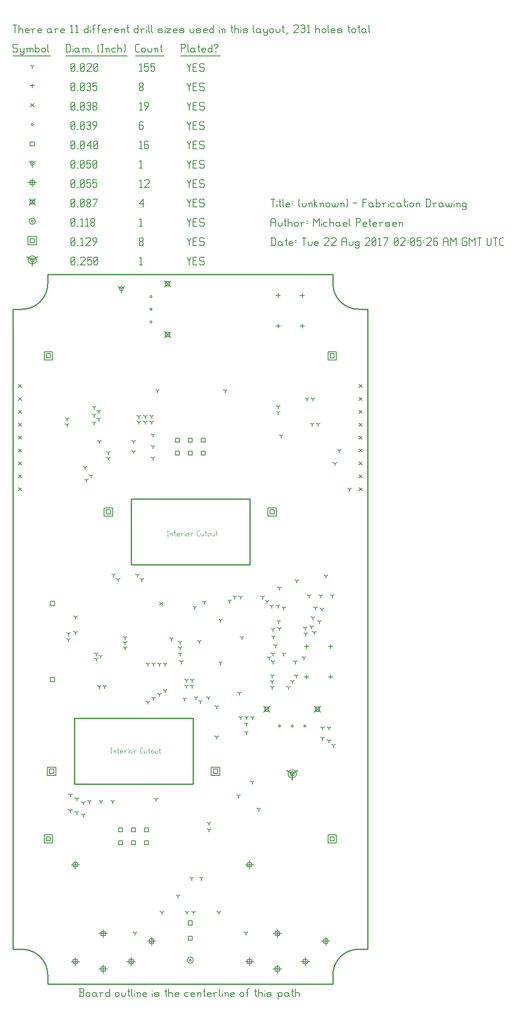
<source format=gbr>
G04 start of page 12 for group -3984 idx -3984 *
G04 Title: (unknown), fab *
G04 Creator: pcb 20140316 *
G04 CreationDate: Tue 22 Aug 2017 02:05:26 AM GMT UTC *
G04 For: railfan *
G04 Format: Gerber/RS-274X *
G04 PCB-Dimensions (mil): 2750.00 5500.00 *
G04 PCB-Coordinate-Origin: lower left *
%MOIN*%
%FSLAX25Y25*%
%LNFAB*%
%ADD149C,0.0050*%
%ADD148C,0.0040*%
%ADD147C,0.0100*%
%ADD146C,0.0075*%
%ADD145C,0.0060*%
%ADD144C,0.0001*%
%ADD143R,0.0080X0.0080*%
G54D143*X216500Y163000D02*Y158200D01*
G54D144*G36*
X215954Y163147D02*X220807Y165946D01*
X221206Y165253D01*
X216353Y162454D01*
X215954Y163147D01*
G37*
G36*
X216647Y162454D02*X211794Y165253D01*
X212193Y165946D01*
X217046Y163147D01*
X216647Y162454D01*
G37*
G54D143*X214900Y163000D02*G75*G03X218100Y163000I1600J0D01*G01*
G75*G03X214900Y163000I-1600J0D01*G01*
X213300D02*G75*G03X219700Y163000I3200J0D01*G01*
G75*G03X213300Y163000I-3200J0D01*G01*
X15000Y561250D02*Y556450D01*
G54D144*G36*
X14454Y561397D02*X19307Y564196D01*
X19706Y563503D01*
X14853Y560704D01*
X14454Y561397D01*
G37*
G36*
X15147Y560704D02*X10294Y563503D01*
X10693Y564196D01*
X15546Y561397D01*
X15147Y560704D01*
G37*
G54D143*X13400Y561250D02*G75*G03X16600Y561250I1600J0D01*G01*
G75*G03X13400Y561250I-1600J0D01*G01*
X11800D02*G75*G03X18200Y561250I3200J0D01*G01*
G75*G03X11800Y561250I-3200J0D01*G01*
G54D145*X135000Y563500D02*X136500Y560500D01*
X138000Y563500D01*
X136500Y560500D02*Y557500D01*
X139800Y560800D02*X142050D01*
X139800Y557500D02*X142800D01*
X139800Y563500D02*Y557500D01*
Y563500D02*X142800D01*
X147600D02*X148350Y562750D01*
X145350Y563500D02*X147600D01*
X144600Y562750D02*X145350Y563500D01*
X144600Y562750D02*Y561250D01*
X145350Y560500D01*
X147600D01*
X148350Y559750D01*
Y558250D01*
X147600Y557500D02*X148350Y558250D01*
X145350Y557500D02*X147600D01*
X144600Y558250D02*X145350Y557500D01*
X98000Y562300D02*X99200Y563500D01*
Y557500D01*
X98000D02*X100250D01*
X45000Y558250D02*X45750Y557500D01*
X45000Y562750D02*Y558250D01*
Y562750D02*X45750Y563500D01*
X47250D01*
X48000Y562750D01*
Y558250D01*
X47250Y557500D02*X48000Y558250D01*
X45750Y557500D02*X47250D01*
X45000Y559000D02*X48000Y562000D01*
X49800Y557500D02*X50550D01*
X52350Y562750D02*X53100Y563500D01*
X55350D01*
X56100Y562750D01*
Y561250D01*
X52350Y557500D02*X56100Y561250D01*
X52350Y557500D02*X56100D01*
X57900Y563500D02*X60900D01*
X57900D02*Y560500D01*
X58650Y561250D01*
X60150D01*
X60900Y560500D01*
Y558250D01*
X60150Y557500D02*X60900Y558250D01*
X58650Y557500D02*X60150D01*
X57900Y558250D02*X58650Y557500D01*
X62700Y558250D02*X63450Y557500D01*
X62700Y562750D02*Y558250D01*
Y562750D02*X63450Y563500D01*
X64950D01*
X65700Y562750D01*
Y558250D01*
X64950Y557500D02*X65700Y558250D01*
X63450Y557500D02*X64950D01*
X62700Y559000D02*X65700Y562000D01*
X245900Y114100D02*X249100D01*
X245900D02*Y110900D01*
X249100D01*
Y114100D02*Y110900D01*
X244300Y115700D02*X250700D01*
X244300D02*Y109300D01*
X250700D01*
Y115700D02*Y109300D01*
X25900Y114100D02*X29100D01*
X25900D02*Y110900D01*
X29100D01*
Y114100D02*Y110900D01*
X24300Y115700D02*X30700D01*
X24300D02*Y109300D01*
X30700D01*
Y115700D02*Y109300D01*
X245900Y488600D02*X249100D01*
X245900D02*Y485400D01*
X249100D01*
Y488600D02*Y485400D01*
X244300Y490200D02*X250700D01*
X244300D02*Y483800D01*
X250700D01*
Y490200D02*Y483800D01*
X25900Y488600D02*X29100D01*
X25900D02*Y485400D01*
X29100D01*
Y488600D02*Y485400D01*
X24300Y490200D02*X30700D01*
X24300D02*Y483800D01*
X30700D01*
Y490200D02*Y483800D01*
X155400Y166600D02*X158600D01*
X155400D02*Y163400D01*
X158600D01*
Y166600D02*Y163400D01*
X153800Y168200D02*X160200D01*
X153800D02*Y161800D01*
X160200D01*
Y168200D02*Y161800D01*
X28400Y166600D02*X31600D01*
X28400D02*Y163400D01*
X31600D01*
Y166600D02*Y163400D01*
X26800Y168200D02*X33200D01*
X26800D02*Y161800D01*
X33200D01*
Y168200D02*Y161800D01*
X72400Y367600D02*X75600D01*
X72400D02*Y364400D01*
X75600D01*
Y367600D02*Y364400D01*
X70800Y369200D02*X77200D01*
X70800D02*Y362800D01*
X77200D01*
Y369200D02*Y362800D01*
X199400Y367600D02*X202600D01*
X199400D02*Y364400D01*
X202600D01*
Y367600D02*Y364400D01*
X197800Y369200D02*X204200D01*
X197800D02*Y362800D01*
X204200D01*
Y369200D02*Y362800D01*
X13400Y577850D02*X16600D01*
X13400D02*Y574650D01*
X16600D01*
Y577850D02*Y574650D01*
X11800Y579450D02*X18200D01*
X11800D02*Y573050D01*
X18200D01*
Y579450D02*Y573050D01*
X135000Y578500D02*X136500Y575500D01*
X138000Y578500D01*
X136500Y575500D02*Y572500D01*
X139800Y575800D02*X142050D01*
X139800Y572500D02*X142800D01*
X139800Y578500D02*Y572500D01*
Y578500D02*X142800D01*
X147600D02*X148350Y577750D01*
X145350Y578500D02*X147600D01*
X144600Y577750D02*X145350Y578500D01*
X144600Y577750D02*Y576250D01*
X145350Y575500D01*
X147600D01*
X148350Y574750D01*
Y573250D01*
X147600Y572500D02*X148350Y573250D01*
X145350Y572500D02*X147600D01*
X144600Y573250D02*X145350Y572500D01*
X98000Y573250D02*X98750Y572500D01*
X98000Y574450D02*Y573250D01*
Y574450D02*X99050Y575500D01*
X99950D01*
X101000Y574450D01*
Y573250D01*
X100250Y572500D02*X101000Y573250D01*
X98750Y572500D02*X100250D01*
X98000Y576550D02*X99050Y575500D01*
X98000Y577750D02*Y576550D01*
Y577750D02*X98750Y578500D01*
X100250D01*
X101000Y577750D01*
Y576550D01*
X99950Y575500D02*X101000Y576550D01*
X45000Y573250D02*X45750Y572500D01*
X45000Y577750D02*Y573250D01*
Y577750D02*X45750Y578500D01*
X47250D01*
X48000Y577750D01*
Y573250D01*
X47250Y572500D02*X48000Y573250D01*
X45750Y572500D02*X47250D01*
X45000Y574000D02*X48000Y577000D01*
X49800Y572500D02*X50550D01*
X52350Y577300D02*X53550Y578500D01*
Y572500D01*
X52350D02*X54600D01*
X56400Y577750D02*X57150Y578500D01*
X59400D01*
X60150Y577750D01*
Y576250D01*
X56400Y572500D02*X60150Y576250D01*
X56400Y572500D02*X60150D01*
X62700D02*X64950Y575500D01*
Y577750D02*Y575500D01*
X64200Y578500D02*X64950Y577750D01*
X62700Y578500D02*X64200D01*
X61950Y577750D02*X62700Y578500D01*
X61950Y577750D02*Y576250D01*
X62700Y575500D01*
X64950D01*
X136700Y18500D02*G75*G03X138300Y18500I800J0D01*G01*
G75*G03X136700Y18500I-800J0D01*G01*
X135100D02*G75*G03X139900Y18500I2400J0D01*G01*
G75*G03X135100Y18500I-2400J0D01*G01*
X14200Y591250D02*G75*G03X15800Y591250I800J0D01*G01*
G75*G03X14200Y591250I-800J0D01*G01*
X12600D02*G75*G03X17400Y591250I2400J0D01*G01*
G75*G03X12600Y591250I-2400J0D01*G01*
X135000Y593500D02*X136500Y590500D01*
X138000Y593500D01*
X136500Y590500D02*Y587500D01*
X139800Y590800D02*X142050D01*
X139800Y587500D02*X142800D01*
X139800Y593500D02*Y587500D01*
Y593500D02*X142800D01*
X147600D02*X148350Y592750D01*
X145350Y593500D02*X147600D01*
X144600Y592750D02*X145350Y593500D01*
X144600Y592750D02*Y591250D01*
X145350Y590500D01*
X147600D01*
X148350Y589750D01*
Y588250D01*
X147600Y587500D02*X148350Y588250D01*
X145350Y587500D02*X147600D01*
X144600Y588250D02*X145350Y587500D01*
X98000Y592300D02*X99200Y593500D01*
Y587500D01*
X98000D02*X100250D01*
X45000Y588250D02*X45750Y587500D01*
X45000Y592750D02*Y588250D01*
Y592750D02*X45750Y593500D01*
X47250D01*
X48000Y592750D01*
Y588250D01*
X47250Y587500D02*X48000Y588250D01*
X45750Y587500D02*X47250D01*
X45000Y589000D02*X48000Y592000D01*
X49800Y587500D02*X50550D01*
X52350Y592300D02*X53550Y593500D01*
Y587500D01*
X52350D02*X54600D01*
X56400Y592300D02*X57600Y593500D01*
Y587500D01*
X56400D02*X58650D01*
X60450Y588250D02*X61200Y587500D01*
X60450Y589450D02*Y588250D01*
Y589450D02*X61500Y590500D01*
X62400D01*
X63450Y589450D01*
Y588250D01*
X62700Y587500D02*X63450Y588250D01*
X61200Y587500D02*X62700D01*
X60450Y591550D02*X61500Y590500D01*
X60450Y592750D02*Y591550D01*
Y592750D02*X61200Y593500D01*
X62700D01*
X63450Y592750D01*
Y591550D01*
X62400Y590500D02*X63450Y591550D01*
X233785Y215392D02*X238585Y210592D01*
X233785D02*X238585Y215392D01*
X234585Y214592D02*X237785D01*
X234585D02*Y211392D01*
X237785D01*
Y214592D02*Y211392D01*
X194415Y215392D02*X199215Y210592D01*
X194415D02*X199215Y215392D01*
X195215Y214592D02*X198415D01*
X195215D02*Y211392D01*
X198415D01*
Y214592D02*Y211392D01*
X117592Y505715D02*X122392Y500915D01*
X117592D02*X122392Y505715D01*
X118392Y504915D02*X121592D01*
X118392D02*Y501715D01*
X121592D01*
Y504915D02*Y501715D01*
X117592Y545085D02*X122392Y540285D01*
X117592D02*X122392Y545085D01*
X118392Y544285D02*X121592D01*
X118392D02*Y541085D01*
X121592D01*
Y544285D02*Y541085D01*
X12600Y608650D02*X17400Y603850D01*
X12600D02*X17400Y608650D01*
X13400Y607850D02*X16600D01*
X13400D02*Y604650D01*
X16600D01*
Y607850D02*Y604650D01*
X135000Y608500D02*X136500Y605500D01*
X138000Y608500D01*
X136500Y605500D02*Y602500D01*
X139800Y605800D02*X142050D01*
X139800Y602500D02*X142800D01*
X139800Y608500D02*Y602500D01*
Y608500D02*X142800D01*
X147600D02*X148350Y607750D01*
X145350Y608500D02*X147600D01*
X144600Y607750D02*X145350Y608500D01*
X144600Y607750D02*Y606250D01*
X145350Y605500D01*
X147600D01*
X148350Y604750D01*
Y603250D01*
X147600Y602500D02*X148350Y603250D01*
X145350Y602500D02*X147600D01*
X144600Y603250D02*X145350Y602500D01*
X98000Y604750D02*X101000Y608500D01*
X98000Y604750D02*X101750D01*
X101000Y608500D02*Y602500D01*
X45000Y603250D02*X45750Y602500D01*
X45000Y607750D02*Y603250D01*
Y607750D02*X45750Y608500D01*
X47250D01*
X48000Y607750D01*
Y603250D01*
X47250Y602500D02*X48000Y603250D01*
X45750Y602500D02*X47250D01*
X45000Y604000D02*X48000Y607000D01*
X49800Y602500D02*X50550D01*
X52350Y603250D02*X53100Y602500D01*
X52350Y607750D02*Y603250D01*
Y607750D02*X53100Y608500D01*
X54600D01*
X55350Y607750D01*
Y603250D01*
X54600Y602500D02*X55350Y603250D01*
X53100Y602500D02*X54600D01*
X52350Y604000D02*X55350Y607000D01*
X57150Y603250D02*X57900Y602500D01*
X57150Y604450D02*Y603250D01*
Y604450D02*X58200Y605500D01*
X59100D01*
X60150Y604450D01*
Y603250D01*
X59400Y602500D02*X60150Y603250D01*
X57900Y602500D02*X59400D01*
X57150Y606550D02*X58200Y605500D01*
X57150Y607750D02*Y606550D01*
Y607750D02*X57900Y608500D01*
X59400D01*
X60150Y607750D01*
Y606550D01*
X59100Y605500D02*X60150Y606550D01*
X62700Y602500D02*X65700Y608500D01*
X61950D02*X65700D01*
X205000Y42452D02*Y36052D01*
X201800Y39252D02*X208200D01*
X203400Y40852D02*X206600D01*
X203400D02*Y37652D01*
X206600D01*
Y40852D02*Y37652D01*
X242505Y36546D02*Y30146D01*
X239305Y33346D02*X245705D01*
X240905Y34946D02*X244105D01*
X240905D02*Y31746D01*
X244105D01*
Y34946D02*Y31746D01*
X226654Y20695D02*Y14295D01*
X223454Y17495D02*X229854D01*
X225054Y19095D02*X228254D01*
X225054D02*Y15895D01*
X228254D01*
Y19095D02*Y15895D01*
X205000Y14893D02*Y8493D01*
X201800Y11693D02*X208200D01*
X203400Y13293D02*X206600D01*
X203400D02*Y10093D01*
X206600D01*
Y13293D02*Y10093D01*
X183346Y20695D02*Y14295D01*
X180146Y17495D02*X186546D01*
X181746Y19095D02*X184946D01*
X181746D02*Y15895D01*
X184946D01*
Y19095D02*Y15895D01*
X183346Y95705D02*Y89305D01*
X180146Y92505D02*X186546D01*
X181746Y94105D02*X184946D01*
X181746D02*Y90905D01*
X184946D01*
Y94105D02*Y90905D01*
X70000Y42452D02*Y36052D01*
X66800Y39252D02*X73200D01*
X68400Y40852D02*X71600D01*
X68400D02*Y37652D01*
X71600D01*
Y40852D02*Y37652D01*
X107505Y36546D02*Y30146D01*
X104305Y33346D02*X110705D01*
X105905Y34946D02*X109105D01*
X105905D02*Y31746D01*
X109105D01*
Y34946D02*Y31746D01*
X91654Y20695D02*Y14295D01*
X88454Y17495D02*X94854D01*
X90054Y19095D02*X93254D01*
X90054D02*Y15895D01*
X93254D01*
Y19095D02*Y15895D01*
X70000Y14893D02*Y8493D01*
X66800Y11693D02*X73200D01*
X68400Y13293D02*X71600D01*
X68400D02*Y10093D01*
X71600D01*
Y13293D02*Y10093D01*
X48346Y20695D02*Y14295D01*
X45146Y17495D02*X51546D01*
X46746Y19095D02*X49946D01*
X46746D02*Y15895D01*
X49946D01*
Y19095D02*Y15895D01*
X48346Y95705D02*Y89305D01*
X45146Y92505D02*X51546D01*
X46746Y94105D02*X49946D01*
X46746D02*Y90905D01*
X49946D01*
Y94105D02*Y90905D01*
X15000Y624450D02*Y618050D01*
X11800Y621250D02*X18200D01*
X13400Y622850D02*X16600D01*
X13400D02*Y619650D01*
X16600D01*
Y622850D02*Y619650D01*
X135000Y623500D02*X136500Y620500D01*
X138000Y623500D01*
X136500Y620500D02*Y617500D01*
X139800Y620800D02*X142050D01*
X139800Y617500D02*X142800D01*
X139800Y623500D02*Y617500D01*
Y623500D02*X142800D01*
X147600D02*X148350Y622750D01*
X145350Y623500D02*X147600D01*
X144600Y622750D02*X145350Y623500D01*
X144600Y622750D02*Y621250D01*
X145350Y620500D01*
X147600D01*
X148350Y619750D01*
Y618250D01*
X147600Y617500D02*X148350Y618250D01*
X145350Y617500D02*X147600D01*
X144600Y618250D02*X145350Y617500D01*
X98000Y622300D02*X99200Y623500D01*
Y617500D01*
X98000D02*X100250D01*
X102050Y622750D02*X102800Y623500D01*
X105050D01*
X105800Y622750D01*
Y621250D01*
X102050Y617500D02*X105800Y621250D01*
X102050Y617500D02*X105800D01*
X45000Y618250D02*X45750Y617500D01*
X45000Y622750D02*Y618250D01*
Y622750D02*X45750Y623500D01*
X47250D01*
X48000Y622750D01*
Y618250D01*
X47250Y617500D02*X48000Y618250D01*
X45750Y617500D02*X47250D01*
X45000Y619000D02*X48000Y622000D01*
X49800Y617500D02*X50550D01*
X52350Y618250D02*X53100Y617500D01*
X52350Y622750D02*Y618250D01*
Y622750D02*X53100Y623500D01*
X54600D01*
X55350Y622750D01*
Y618250D01*
X54600Y617500D02*X55350Y618250D01*
X53100Y617500D02*X54600D01*
X52350Y619000D02*X55350Y622000D01*
X57150Y623500D02*X60150D01*
X57150D02*Y620500D01*
X57900Y621250D01*
X59400D01*
X60150Y620500D01*
Y618250D01*
X59400Y617500D02*X60150Y618250D01*
X57900Y617500D02*X59400D01*
X57150Y618250D02*X57900Y617500D01*
X61950Y623500D02*X64950D01*
X61950D02*Y620500D01*
X62700Y621250D01*
X64200D01*
X64950Y620500D01*
Y618250D01*
X64200Y617500D02*X64950Y618250D01*
X62700Y617500D02*X64200D01*
X61950Y618250D02*X62700Y617500D01*
X84000Y539000D02*Y535800D01*
Y539000D02*X86773Y540600D01*
X84000Y539000D02*X81227Y540600D01*
X82400Y539000D02*G75*G03X85600Y539000I1600J0D01*G01*
G75*G03X82400Y539000I-1600J0D01*G01*
X15000Y636250D02*Y633050D01*
Y636250D02*X17773Y637850D01*
X15000Y636250D02*X12227Y637850D01*
X13400Y636250D02*G75*G03X16600Y636250I1600J0D01*G01*
G75*G03X13400Y636250I-1600J0D01*G01*
X135000Y638500D02*X136500Y635500D01*
X138000Y638500D01*
X136500Y635500D02*Y632500D01*
X139800Y635800D02*X142050D01*
X139800Y632500D02*X142800D01*
X139800Y638500D02*Y632500D01*
Y638500D02*X142800D01*
X147600D02*X148350Y637750D01*
X145350Y638500D02*X147600D01*
X144600Y637750D02*X145350Y638500D01*
X144600Y637750D02*Y636250D01*
X145350Y635500D01*
X147600D01*
X148350Y634750D01*
Y633250D01*
X147600Y632500D02*X148350Y633250D01*
X145350Y632500D02*X147600D01*
X144600Y633250D02*X145350Y632500D01*
X98000Y637300D02*X99200Y638500D01*
Y632500D01*
X98000D02*X100250D01*
X45000Y633250D02*X45750Y632500D01*
X45000Y637750D02*Y633250D01*
Y637750D02*X45750Y638500D01*
X47250D01*
X48000Y637750D01*
Y633250D01*
X47250Y632500D02*X48000Y633250D01*
X45750Y632500D02*X47250D01*
X45000Y634000D02*X48000Y637000D01*
X49800Y632500D02*X50550D01*
X52350Y633250D02*X53100Y632500D01*
X52350Y637750D02*Y633250D01*
Y637750D02*X53100Y638500D01*
X54600D01*
X55350Y637750D01*
Y633250D01*
X54600Y632500D02*X55350Y633250D01*
X53100Y632500D02*X54600D01*
X52350Y634000D02*X55350Y637000D01*
X57150Y638500D02*X60150D01*
X57150D02*Y635500D01*
X57900Y636250D01*
X59400D01*
X60150Y635500D01*
Y633250D01*
X59400Y632500D02*X60150Y633250D01*
X57900Y632500D02*X59400D01*
X57150Y633250D02*X57900Y632500D01*
X61950Y633250D02*X62700Y632500D01*
X61950Y637750D02*Y633250D01*
Y637750D02*X62700Y638500D01*
X64200D01*
X64950Y637750D01*
Y633250D01*
X64200Y632500D02*X64950Y633250D01*
X62700Y632500D02*X64200D01*
X61950Y634000D02*X64950Y637000D01*
X101900Y111100D02*X105100D01*
X101900D02*Y107900D01*
X105100D01*
Y111100D02*Y107900D01*
X91900Y111100D02*X95100D01*
X91900D02*Y107900D01*
X95100D01*
Y111100D02*Y107900D01*
X81900Y111100D02*X85100D01*
X81900D02*Y107900D01*
X85100D01*
Y111100D02*Y107900D01*
X101900Y121100D02*X105100D01*
X101900D02*Y117900D01*
X105100D01*
Y121100D02*Y117900D01*
X91900Y121100D02*X95100D01*
X91900D02*Y117900D01*
X95100D01*
Y121100D02*Y117900D01*
X81900Y121100D02*X85100D01*
X81900D02*Y117900D01*
X85100D01*
Y121100D02*Y117900D01*
X125900Y423100D02*X129100D01*
X125900D02*Y419900D01*
X129100D01*
Y423100D02*Y419900D01*
X135900Y423100D02*X139100D01*
X135900D02*Y419900D01*
X139100D01*
Y423100D02*Y419900D01*
X145900Y423100D02*X149100D01*
X145900D02*Y419900D01*
X149100D01*
Y423100D02*Y419900D01*
X125900Y413100D02*X129100D01*
X125900D02*Y409900D01*
X129100D01*
Y413100D02*Y409900D01*
X135900Y413100D02*X139100D01*
X135900D02*Y409900D01*
X139100D01*
Y413100D02*Y409900D01*
X145900Y413100D02*X149100D01*
X145900D02*Y409900D01*
X149100D01*
Y413100D02*Y409900D01*
X29000Y296600D02*X32200D01*
X29000D02*Y293400D01*
X32200D01*
Y296600D02*Y293400D01*
X29000Y237600D02*X32200D01*
X29000D02*Y234400D01*
X32200D01*
Y237600D02*Y234400D01*
X135900Y37100D02*X139100D01*
X135900D02*Y33900D01*
X139100D01*
Y37100D02*Y33900D01*
X135900Y48900D02*X139100D01*
X135900D02*Y45700D01*
X139100D01*
Y48900D02*Y45700D01*
X13400Y652850D02*X16600D01*
X13400D02*Y649650D01*
X16600D01*
Y652850D02*Y649650D01*
X135000Y653500D02*X136500Y650500D01*
X138000Y653500D01*
X136500Y650500D02*Y647500D01*
X139800Y650800D02*X142050D01*
X139800Y647500D02*X142800D01*
X139800Y653500D02*Y647500D01*
Y653500D02*X142800D01*
X147600D02*X148350Y652750D01*
X145350Y653500D02*X147600D01*
X144600Y652750D02*X145350Y653500D01*
X144600Y652750D02*Y651250D01*
X145350Y650500D01*
X147600D01*
X148350Y649750D01*
Y648250D01*
X147600Y647500D02*X148350Y648250D01*
X145350Y647500D02*X147600D01*
X144600Y648250D02*X145350Y647500D01*
X98000Y652300D02*X99200Y653500D01*
Y647500D01*
X98000D02*X100250D01*
X104300Y653500D02*X105050Y652750D01*
X102800Y653500D02*X104300D01*
X102050Y652750D02*X102800Y653500D01*
X102050Y652750D02*Y648250D01*
X102800Y647500D01*
X104300Y650800D02*X105050Y650050D01*
X102050Y650800D02*X104300D01*
X102800Y647500D02*X104300D01*
X105050Y648250D01*
Y650050D02*Y648250D01*
X45000D02*X45750Y647500D01*
X45000Y652750D02*Y648250D01*
Y652750D02*X45750Y653500D01*
X47250D01*
X48000Y652750D01*
Y648250D01*
X47250Y647500D02*X48000Y648250D01*
X45750Y647500D02*X47250D01*
X45000Y649000D02*X48000Y652000D01*
X49800Y647500D02*X50550D01*
X52350Y648250D02*X53100Y647500D01*
X52350Y652750D02*Y648250D01*
Y652750D02*X53100Y653500D01*
X54600D01*
X55350Y652750D01*
Y648250D01*
X54600Y647500D02*X55350Y648250D01*
X53100Y647500D02*X54600D01*
X52350Y649000D02*X55350Y652000D01*
X57150Y649750D02*X60150Y653500D01*
X57150Y649750D02*X60900D01*
X60150Y653500D02*Y647500D01*
X62700Y648250D02*X63450Y647500D01*
X62700Y652750D02*Y648250D01*
Y652750D02*X63450Y653500D01*
X64950D01*
X65700Y652750D01*
Y648250D01*
X64950Y647500D02*X65700Y648250D01*
X63450Y647500D02*X64950D01*
X62700Y649000D02*X65700Y652000D01*
X225543Y200000D02*G75*G03X227143Y200000I800J0D01*G01*
G75*G03X225543Y200000I-800J0D01*G01*
X215700D02*G75*G03X217300Y200000I800J0D01*G01*
G75*G03X215700Y200000I-800J0D01*G01*
X205857D02*G75*G03X207457Y200000I800J0D01*G01*
G75*G03X205857Y200000I-800J0D01*G01*
X106200Y513157D02*G75*G03X107800Y513157I800J0D01*G01*
G75*G03X106200Y513157I-800J0D01*G01*
Y523000D02*G75*G03X107800Y523000I800J0D01*G01*
G75*G03X106200Y523000I-800J0D01*G01*
Y532843D02*G75*G03X107800Y532843I800J0D01*G01*
G75*G03X106200Y532843I-800J0D01*G01*
X14200Y666250D02*G75*G03X15800Y666250I800J0D01*G01*
G75*G03X14200Y666250I-800J0D01*G01*
X135000Y668500D02*X136500Y665500D01*
X138000Y668500D01*
X136500Y665500D02*Y662500D01*
X139800Y665800D02*X142050D01*
X139800Y662500D02*X142800D01*
X139800Y668500D02*Y662500D01*
Y668500D02*X142800D01*
X147600D02*X148350Y667750D01*
X145350Y668500D02*X147600D01*
X144600Y667750D02*X145350Y668500D01*
X144600Y667750D02*Y666250D01*
X145350Y665500D01*
X147600D01*
X148350Y664750D01*
Y663250D01*
X147600Y662500D02*X148350Y663250D01*
X145350Y662500D02*X147600D01*
X144600Y663250D02*X145350Y662500D01*
X100250Y668500D02*X101000Y667750D01*
X98750Y668500D02*X100250D01*
X98000Y667750D02*X98750Y668500D01*
X98000Y667750D02*Y663250D01*
X98750Y662500D01*
X100250Y665800D02*X101000Y665050D01*
X98000Y665800D02*X100250D01*
X98750Y662500D02*X100250D01*
X101000Y663250D01*
Y665050D02*Y663250D01*
X45000D02*X45750Y662500D01*
X45000Y667750D02*Y663250D01*
Y667750D02*X45750Y668500D01*
X47250D01*
X48000Y667750D01*
Y663250D01*
X47250Y662500D02*X48000Y663250D01*
X45750Y662500D02*X47250D01*
X45000Y664000D02*X48000Y667000D01*
X49800Y662500D02*X50550D01*
X52350Y663250D02*X53100Y662500D01*
X52350Y667750D02*Y663250D01*
Y667750D02*X53100Y668500D01*
X54600D01*
X55350Y667750D01*
Y663250D01*
X54600Y662500D02*X55350Y663250D01*
X53100Y662500D02*X54600D01*
X52350Y664000D02*X55350Y667000D01*
X57150Y667750D02*X57900Y668500D01*
X59400D01*
X60150Y667750D01*
X59400Y662500D02*X60150Y663250D01*
X57900Y662500D02*X59400D01*
X57150Y663250D02*X57900Y662500D01*
Y665800D02*X59400D01*
X60150Y667750D02*Y666550D01*
Y665050D02*Y663250D01*
Y665050D02*X59400Y665800D01*
X60150Y666550D02*X59400Y665800D01*
X62700Y662500D02*X64950Y665500D01*
Y667750D02*Y665500D01*
X64200Y668500D02*X64950Y667750D01*
X62700Y668500D02*X64200D01*
X61950Y667750D02*X62700Y668500D01*
X61950Y667750D02*Y666250D01*
X62700Y665500D01*
X64950D01*
X113800Y296200D02*X116200Y293800D01*
X113800D02*X116200Y296200D01*
X4300Y384700D02*X6700Y382300D01*
X4300D02*X6700Y384700D01*
X4300Y394700D02*X6700Y392300D01*
X4300D02*X6700Y394700D01*
X4300Y404700D02*X6700Y402300D01*
X4300D02*X6700Y404700D01*
X4300Y414700D02*X6700Y412300D01*
X4300D02*X6700Y414700D01*
X4300Y424700D02*X6700Y422300D01*
X4300D02*X6700Y424700D01*
X4300Y434700D02*X6700Y432300D01*
X4300D02*X6700Y434700D01*
X4300Y444700D02*X6700Y442300D01*
X4300D02*X6700Y444700D01*
X4300Y454700D02*X6700Y452300D01*
X4300D02*X6700Y454700D01*
X4300Y464700D02*X6700Y462300D01*
X4300D02*X6700Y464700D01*
X268300Y384700D02*X270700Y382300D01*
X268300D02*X270700Y384700D01*
X268300Y394700D02*X270700Y392300D01*
X268300D02*X270700Y394700D01*
X268300Y404700D02*X270700Y402300D01*
X268300D02*X270700Y404700D01*
X268300Y414700D02*X270700Y412300D01*
X268300D02*X270700Y414700D01*
X268300Y424700D02*X270700Y422300D01*
X268300D02*X270700Y424700D01*
X268300Y434700D02*X270700Y432300D01*
X268300D02*X270700Y434700D01*
X268300Y444700D02*X270700Y442300D01*
X268300D02*X270700Y444700D01*
X268300Y454700D02*X270700Y452300D01*
X268300D02*X270700Y454700D01*
X268300Y464700D02*X270700Y462300D01*
X268300D02*X270700Y464700D01*
X13800Y682450D02*X16200Y680050D01*
X13800D02*X16200Y682450D01*
X135000Y683500D02*X136500Y680500D01*
X138000Y683500D01*
X136500Y680500D02*Y677500D01*
X139800Y680800D02*X142050D01*
X139800Y677500D02*X142800D01*
X139800Y683500D02*Y677500D01*
Y683500D02*X142800D01*
X147600D02*X148350Y682750D01*
X145350Y683500D02*X147600D01*
X144600Y682750D02*X145350Y683500D01*
X144600Y682750D02*Y681250D01*
X145350Y680500D01*
X147600D01*
X148350Y679750D01*
Y678250D01*
X147600Y677500D02*X148350Y678250D01*
X145350Y677500D02*X147600D01*
X144600Y678250D02*X145350Y677500D01*
X98000Y682300D02*X99200Y683500D01*
Y677500D01*
X98000D02*X100250D01*
X102800D02*X105050Y680500D01*
Y682750D02*Y680500D01*
X104300Y683500D02*X105050Y682750D01*
X102800Y683500D02*X104300D01*
X102050Y682750D02*X102800Y683500D01*
X102050Y682750D02*Y681250D01*
X102800Y680500D01*
X105050D01*
X45000Y678250D02*X45750Y677500D01*
X45000Y682750D02*Y678250D01*
Y682750D02*X45750Y683500D01*
X47250D01*
X48000Y682750D01*
Y678250D01*
X47250Y677500D02*X48000Y678250D01*
X45750Y677500D02*X47250D01*
X45000Y679000D02*X48000Y682000D01*
X49800Y677500D02*X50550D01*
X52350Y678250D02*X53100Y677500D01*
X52350Y682750D02*Y678250D01*
Y682750D02*X53100Y683500D01*
X54600D01*
X55350Y682750D01*
Y678250D01*
X54600Y677500D02*X55350Y678250D01*
X53100Y677500D02*X54600D01*
X52350Y679000D02*X55350Y682000D01*
X57150Y682750D02*X57900Y683500D01*
X59400D01*
X60150Y682750D01*
X59400Y677500D02*X60150Y678250D01*
X57900Y677500D02*X59400D01*
X57150Y678250D02*X57900Y677500D01*
Y680800D02*X59400D01*
X60150Y682750D02*Y681550D01*
Y680050D02*Y678250D01*
Y680050D02*X59400Y680800D01*
X60150Y681550D02*X59400Y680800D01*
X61950Y678250D02*X62700Y677500D01*
X61950Y679450D02*Y678250D01*
Y679450D02*X63000Y680500D01*
X63900D01*
X64950Y679450D01*
Y678250D01*
X64200Y677500D02*X64950Y678250D01*
X62700Y677500D02*X64200D01*
X61950Y681550D02*X63000Y680500D01*
X61950Y682750D02*Y681550D01*
Y682750D02*X62700Y683500D01*
X64200D01*
X64950Y682750D01*
Y681550D01*
X63900Y680500D02*X64950Y681550D01*
X227650Y239800D02*Y236600D01*
X226050Y238200D02*X229250D01*
X227650Y263400D02*Y260200D01*
X226050Y261800D02*X229250D01*
X246350Y239800D02*Y236600D01*
X244750Y238200D02*X247950D01*
X246350Y263400D02*Y260200D01*
X244750Y261800D02*X247950D01*
X205650Y511800D02*Y508600D01*
X204050Y510200D02*X207250D01*
X205650Y535400D02*Y532200D01*
X204050Y533800D02*X207250D01*
X224350Y511800D02*Y508600D01*
X222750Y510200D02*X225950D01*
X224350Y535400D02*Y532200D01*
X222750Y533800D02*X225950D01*
X15000Y697850D02*Y694650D01*
X13400Y696250D02*X16600D01*
X135000Y698500D02*X136500Y695500D01*
X138000Y698500D01*
X136500Y695500D02*Y692500D01*
X139800Y695800D02*X142050D01*
X139800Y692500D02*X142800D01*
X139800Y698500D02*Y692500D01*
Y698500D02*X142800D01*
X147600D02*X148350Y697750D01*
X145350Y698500D02*X147600D01*
X144600Y697750D02*X145350Y698500D01*
X144600Y697750D02*Y696250D01*
X145350Y695500D01*
X147600D01*
X148350Y694750D01*
Y693250D01*
X147600Y692500D02*X148350Y693250D01*
X145350Y692500D02*X147600D01*
X144600Y693250D02*X145350Y692500D01*
X98000Y693250D02*X98750Y692500D01*
X98000Y694450D02*Y693250D01*
Y694450D02*X99050Y695500D01*
X99950D01*
X101000Y694450D01*
Y693250D01*
X100250Y692500D02*X101000Y693250D01*
X98750Y692500D02*X100250D01*
X98000Y696550D02*X99050Y695500D01*
X98000Y697750D02*Y696550D01*
Y697750D02*X98750Y698500D01*
X100250D01*
X101000Y697750D01*
Y696550D01*
X99950Y695500D02*X101000Y696550D01*
X45000Y693250D02*X45750Y692500D01*
X45000Y697750D02*Y693250D01*
Y697750D02*X45750Y698500D01*
X47250D01*
X48000Y697750D01*
Y693250D01*
X47250Y692500D02*X48000Y693250D01*
X45750Y692500D02*X47250D01*
X45000Y694000D02*X48000Y697000D01*
X49800Y692500D02*X50550D01*
X52350Y693250D02*X53100Y692500D01*
X52350Y697750D02*Y693250D01*
Y697750D02*X53100Y698500D01*
X54600D01*
X55350Y697750D01*
Y693250D01*
X54600Y692500D02*X55350Y693250D01*
X53100Y692500D02*X54600D01*
X52350Y694000D02*X55350Y697000D01*
X57150Y697750D02*X57900Y698500D01*
X59400D01*
X60150Y697750D01*
X59400Y692500D02*X60150Y693250D01*
X57900Y692500D02*X59400D01*
X57150Y693250D02*X57900Y692500D01*
Y695800D02*X59400D01*
X60150Y697750D02*Y696550D01*
Y695050D02*Y693250D01*
Y695050D02*X59400Y695800D01*
X60150Y696550D02*X59400Y695800D01*
X61950Y698500D02*X64950D01*
X61950D02*Y695500D01*
X62700Y696250D01*
X64200D01*
X64950Y695500D01*
Y693250D01*
X64200Y692500D02*X64950Y693250D01*
X62700Y692500D02*X64200D01*
X61950Y693250D02*X62700Y692500D01*
X87000Y268500D02*Y266900D01*
Y268500D02*X88387Y269300D01*
X87000Y268500D02*X85613Y269300D01*
X87000Y260500D02*Y258900D01*
Y260500D02*X88387Y261300D01*
X87000Y260500D02*X85613Y261300D01*
X87000Y264500D02*Y262900D01*
Y264500D02*X88387Y265300D01*
X87000Y264500D02*X85613Y265300D01*
X68000Y254000D02*Y252400D01*
Y254000D02*X69387Y254800D01*
X68000Y254000D02*X66613Y254800D01*
X64500Y256000D02*Y254400D01*
Y256000D02*X65887Y256800D01*
X64500Y256000D02*X63113Y256800D01*
X64500Y252000D02*Y250400D01*
Y252000D02*X65887Y252800D01*
X64500Y252000D02*X63113Y252800D01*
X71000Y230500D02*Y228900D01*
Y230500D02*X72387Y231300D01*
X71000Y230500D02*X69613Y231300D01*
X67000Y230500D02*Y228900D01*
Y230500D02*X68387Y231300D01*
X67000Y230500D02*X65613Y231300D01*
X145252Y219000D02*Y217400D01*
Y219000D02*X146639Y219800D01*
X145252Y219000D02*X143865Y219800D01*
X161000Y249000D02*Y247400D01*
Y249000D02*X162387Y249800D01*
X161000Y249000D02*X159613Y249800D01*
X177500Y268649D02*Y267049D01*
Y268649D02*X178887Y269449D01*
X177500Y268649D02*X176113Y269449D01*
X161000Y282000D02*Y280400D01*
Y282000D02*X162387Y282800D01*
X161000Y282000D02*X159613Y282800D01*
X144500Y265500D02*Y263900D01*
Y265500D02*X145887Y266300D01*
X144500Y265500D02*X143113Y266300D01*
X172000Y300000D02*Y298400D01*
Y300000D02*X173387Y300800D01*
X172000Y300000D02*X170613Y300800D01*
X176500Y300000D02*Y298400D01*
Y300000D02*X177887Y300800D01*
X176500Y300000D02*X175113Y300800D01*
X134500Y235500D02*Y233900D01*
Y235500D02*X135887Y236300D01*
X134500Y235500D02*X133113Y236300D01*
X134500Y231000D02*Y229400D01*
Y231000D02*X135887Y231800D01*
X134500Y231000D02*X133113Y231800D01*
X97500Y440000D02*Y438400D01*
Y440000D02*X98887Y440800D01*
X97500Y440000D02*X96113Y440800D01*
X102500Y440000D02*Y438400D01*
Y440000D02*X103887Y440800D01*
X102500Y440000D02*X101113Y440800D01*
X97500Y435500D02*Y433900D01*
Y435500D02*X98887Y436300D01*
X97500Y435500D02*X96113Y436300D01*
X102500Y435500D02*Y433900D01*
Y435500D02*X103887Y436300D01*
X102500Y435500D02*X101113Y436300D01*
X107500Y440000D02*Y438400D01*
Y440000D02*X108887Y440800D01*
X107500Y440000D02*X106113Y440800D01*
X107500Y435500D02*Y433900D01*
Y435500D02*X108887Y436300D01*
X107500Y435500D02*X106113Y436300D01*
X129500Y256052D02*Y254452D01*
Y256052D02*X130887Y256852D01*
X129500Y256052D02*X128113Y256852D01*
X157850Y215000D02*Y213400D01*
Y215000D02*X159237Y215800D01*
X157850Y215000D02*X156463Y215800D01*
X151500Y222000D02*Y220400D01*
Y222000D02*X152887Y222800D01*
X151500Y222000D02*X150113Y222800D01*
X142000Y222000D02*Y220400D01*
Y222000D02*X143387Y222800D01*
X142000Y222000D02*X140613Y222800D01*
X181000Y195000D02*Y193400D01*
Y195000D02*X182387Y195800D01*
X181000Y195000D02*X179613Y195800D01*
X201500Y256051D02*Y254451D01*
Y256051D02*X202887Y256851D01*
X201500Y256051D02*X200113Y256851D01*
X210000Y256051D02*Y254451D01*
Y256051D02*X211387Y256851D01*
X210000Y256051D02*X208613Y256851D01*
X74000Y407500D02*Y405900D01*
Y407500D02*X75387Y408300D01*
X74000Y407500D02*X72613Y408300D01*
X201000Y230000D02*Y228400D01*
Y230000D02*X202387Y230800D01*
X201000Y230000D02*X199613Y230800D01*
X201000Y234500D02*Y232900D01*
Y234500D02*X202387Y235300D01*
X201000Y234500D02*X199613Y235300D01*
X213500Y230000D02*Y228400D01*
Y230000D02*X214887Y230800D01*
X213500Y230000D02*X212113Y230800D01*
X216500Y234500D02*Y232900D01*
Y234500D02*X217887Y235300D01*
X216500Y234500D02*X215113Y235300D01*
X201000Y239000D02*Y237400D01*
Y239000D02*X202387Y239800D01*
X201000Y239000D02*X199613Y239800D01*
X219500Y239000D02*Y237400D01*
Y239000D02*X220887Y239800D01*
X219500Y239000D02*X218113Y239800D01*
X201500Y249752D02*Y248152D01*
Y249752D02*X202887Y250552D01*
X201500Y249752D02*X200113Y250552D01*
X219000Y249752D02*Y248152D01*
Y249752D02*X220387Y250552D01*
X219000Y249752D02*X217613Y250552D01*
X198500Y252901D02*Y251301D01*
Y252901D02*X199887Y253701D01*
X198500Y252901D02*X197113Y253701D01*
X225500Y252901D02*Y251301D01*
Y252901D02*X226887Y253701D01*
X225500Y252901D02*X224113Y253701D01*
X203500Y262350D02*Y260750D01*
Y262350D02*X204887Y263150D01*
X203500Y262350D02*X202113Y263150D01*
X261000Y383500D02*Y381900D01*
Y383500D02*X262387Y384300D01*
X261000Y383500D02*X259613Y384300D01*
X202000Y269000D02*Y267400D01*
Y269000D02*X203387Y269800D01*
X202000Y269000D02*X200613Y269800D01*
X233500Y272500D02*Y270900D01*
Y272500D02*X234887Y273300D01*
X233500Y272500D02*X232113Y273300D01*
X231500Y277000D02*Y275400D01*
Y277000D02*X232887Y277800D01*
X231500Y277000D02*X230113Y277800D01*
X237500Y281000D02*Y279400D01*
Y281000D02*X238887Y281800D01*
X237500Y281000D02*X236113Y281800D01*
X232500Y284000D02*Y282400D01*
Y284000D02*X233887Y284800D01*
X232500Y284000D02*X231113Y284800D01*
X206000Y281000D02*Y279400D01*
Y281000D02*X207387Y281800D01*
X206000Y281000D02*X204613Y281800D01*
X206500Y275500D02*Y273900D01*
Y275500D02*X207887Y276300D01*
X206500Y275500D02*X205113Y276300D01*
X253000Y413500D02*Y411900D01*
Y413500D02*X254387Y414300D01*
X253000Y413500D02*X251613Y414300D01*
X249500Y403500D02*Y401900D01*
Y403500D02*X250887Y404300D01*
X249500Y403500D02*X248113Y404300D01*
X232500Y453500D02*Y451900D01*
Y453500D02*X233887Y454300D01*
X232500Y453500D02*X231113Y454300D01*
X56000Y400500D02*Y398900D01*
Y400500D02*X57387Y401300D01*
X56000Y400500D02*X54613Y401300D01*
X93500Y412500D02*Y410900D01*
Y412500D02*X94887Y413300D01*
X93500Y412500D02*X92113Y413300D01*
X239500Y290500D02*Y288900D01*
Y290500D02*X240887Y291300D01*
X239500Y290500D02*X238113Y291300D01*
X67000Y420500D02*Y418900D01*
Y420500D02*X68387Y421300D01*
X67000Y420500D02*X65613Y421300D01*
X93500Y420500D02*Y418900D01*
Y420500D02*X94887Y421300D01*
X93500Y420500D02*X92113Y421300D01*
X190500Y135740D02*Y134140D01*
Y135740D02*X191887Y136540D01*
X190500Y135740D02*X189113Y136540D01*
X157850Y191500D02*Y189900D01*
Y191500D02*X159237Y192300D01*
X157850Y191500D02*X156463Y192300D01*
X175000Y146000D02*Y144400D01*
Y146000D02*X176387Y146800D01*
X175000Y146000D02*X173613Y146800D01*
X220000Y312500D02*Y310900D01*
Y312500D02*X221387Y313300D01*
X220000Y312500D02*X218613Y313300D01*
X200500Y293000D02*Y291400D01*
Y293000D02*X201887Y293800D01*
X200500Y293000D02*X199113Y293800D01*
X197000Y296500D02*Y294900D01*
Y296500D02*X198387Y297300D01*
X197000Y296500D02*X195613Y297300D01*
X193500Y300000D02*Y298400D01*
Y300000D02*X194887Y300800D01*
X193500Y300000D02*X192113Y300800D01*
X60500Y394000D02*Y392400D01*
Y394000D02*X61887Y394800D01*
X60500Y394000D02*X59113Y394800D01*
X206500Y307000D02*Y305400D01*
Y307000D02*X207887Y307800D01*
X206500Y307000D02*X205113Y307800D01*
X104500Y248000D02*Y246400D01*
Y248000D02*X105887Y248800D01*
X104500Y248000D02*X103113Y248800D01*
X109000Y248000D02*Y246400D01*
Y248000D02*X110387Y248800D01*
X109000Y248000D02*X107613Y248800D01*
X113500Y248000D02*Y246400D01*
Y248000D02*X114887Y248800D01*
X113500Y248000D02*X112113Y248800D01*
X118000Y248000D02*Y246400D01*
Y248000D02*X119387Y248800D01*
X118000Y248000D02*X116613Y248800D01*
X129500Y260500D02*Y258900D01*
Y260500D02*X130887Y261300D01*
X129500Y260500D02*X128113Y261300D01*
X129500Y265000D02*Y263400D01*
Y265000D02*X130887Y265800D01*
X129500Y265000D02*X128113Y265800D01*
X205650Y447500D02*Y445900D01*
Y447500D02*X207037Y448300D01*
X205650Y447500D02*X204263Y448300D01*
X49500Y133000D02*Y131400D01*
Y133000D02*X50887Y133800D01*
X49500Y133000D02*X48113Y133800D01*
X49500Y143500D02*Y141900D01*
Y143500D02*X50887Y144300D01*
X49500Y143500D02*X48113Y144300D01*
X54500Y131000D02*Y129400D01*
Y131000D02*X55887Y131800D01*
X54500Y131000D02*X53113Y131800D01*
X54500Y140500D02*Y138900D01*
Y140500D02*X55887Y141300D01*
X54500Y140500D02*X53113Y141300D01*
X44500Y134500D02*Y132900D01*
Y134500D02*X45887Y135300D01*
X44500Y134500D02*X43113Y135300D01*
X44500Y146500D02*Y144900D01*
Y146500D02*X45887Y147300D01*
X44500Y146500D02*X43113Y147300D01*
X111124Y143348D02*Y141748D01*
Y143348D02*X112511Y144148D01*
X111124Y143348D02*X109737Y144148D01*
X208000Y425000D02*Y423400D01*
Y425000D02*X209387Y425800D01*
X208000Y425000D02*X206613Y425800D01*
X185500Y206500D02*Y204900D01*
Y206500D02*X186887Y207300D01*
X185500Y206500D02*X184113Y207300D01*
X181000Y201500D02*Y199900D01*
Y201500D02*X182387Y202300D01*
X181000Y201500D02*X179613Y202300D01*
X181000Y206500D02*Y204900D01*
Y206500D02*X182387Y207300D01*
X181000Y206500D02*X179613Y207300D01*
X176500Y206500D02*Y204900D01*
Y206500D02*X177887Y207300D01*
X176500Y206500D02*X175113Y207300D01*
X248500Y185000D02*Y183400D01*
Y185000D02*X249887Y185800D01*
X248500Y185000D02*X247113Y185800D01*
X141000Y292000D02*Y290400D01*
Y292000D02*X142387Y292800D01*
X141000Y292000D02*X139613Y292800D01*
X226500Y276000D02*Y274400D01*
Y276000D02*X227887Y276800D01*
X226500Y276000D02*X225113Y276800D01*
X164500Y460000D02*Y458400D01*
Y460000D02*X165887Y460800D01*
X164500Y460000D02*X163113Y460800D01*
X201552Y274948D02*Y273348D01*
Y274948D02*X202939Y275748D01*
X201552Y274948D02*X200165Y275748D01*
X205500Y293000D02*Y291400D01*
Y293000D02*X206887Y293800D01*
X205500Y293000D02*X204113Y293800D01*
X234500Y291500D02*Y289900D01*
Y291500D02*X235887Y292300D01*
X234500Y291500D02*X233113Y292300D01*
X210000Y291500D02*Y289900D01*
Y291500D02*X211387Y292300D01*
X210000Y291500D02*X208613Y292300D01*
X227000Y271500D02*Y269900D01*
Y271500D02*X228387Y272300D01*
X227000Y271500D02*X225613Y272300D01*
X74000Y412000D02*Y410400D01*
Y412000D02*X75387Y412800D01*
X74000Y412000D02*X72613Y412800D01*
X57000Y390500D02*Y388900D01*
Y390500D02*X58387Y391300D01*
X57000Y390500D02*X55613Y391300D01*
X112000Y460000D02*Y458400D01*
Y460000D02*X113387Y460800D01*
X112000Y460000D02*X110613Y460800D01*
X63000Y435000D02*Y433400D01*
Y435000D02*X64387Y435800D01*
X63000Y435000D02*X61613Y435800D01*
X66500Y438000D02*Y436400D01*
Y438000D02*X67887Y438800D01*
X66500Y438000D02*X65113Y438800D01*
X63000Y441000D02*Y439400D01*
Y441000D02*X64387Y441800D01*
X63000Y441000D02*X61613Y441800D01*
X66500Y444000D02*Y442400D01*
Y444000D02*X67887Y444800D01*
X66500Y444000D02*X65113Y444800D01*
X63000Y447000D02*Y445400D01*
Y447000D02*X64387Y447800D01*
X63000Y447000D02*X61613Y447800D01*
X108500Y407600D02*Y406000D01*
Y407600D02*X109887Y408400D01*
X108500Y407600D02*X107113Y408400D01*
X108500Y425600D02*Y424000D01*
Y425600D02*X109887Y426400D01*
X108500Y425600D02*X107113Y426400D01*
X108500Y416600D02*Y415000D01*
Y416600D02*X109887Y417400D01*
X108500Y416600D02*X107113Y417400D01*
X238600Y301000D02*Y299400D01*
Y301000D02*X239987Y301800D01*
X238600Y301000D02*X237213Y301800D01*
X247600Y301000D02*Y299400D01*
Y301000D02*X248987Y301800D01*
X247600Y301000D02*X246213Y301800D01*
X229600Y301000D02*Y299400D01*
Y301000D02*X230987Y301800D01*
X229600Y301000D02*X228213Y301800D01*
X242700Y316200D02*Y314600D01*
Y316200D02*X244087Y317000D01*
X242700Y316200D02*X241313Y317000D01*
X77400Y141500D02*Y139900D01*
Y141500D02*X78787Y142300D01*
X77400Y141500D02*X76013Y142300D01*
X59400Y141500D02*Y139900D01*
Y141500D02*X60787Y142300D01*
X59400Y141500D02*X58013Y142300D01*
X68400Y141500D02*Y139900D01*
Y141500D02*X69787Y142300D01*
X68400Y141500D02*X67013Y142300D01*
X152000Y124500D02*Y122900D01*
Y124500D02*X153387Y125300D01*
X152000Y124500D02*X150613Y125300D01*
X152000Y119500D02*Y117900D01*
Y119500D02*X153387Y120300D01*
X152000Y119500D02*X150613Y120300D01*
X43000Y271700D02*Y270100D01*
Y271700D02*X44387Y272500D01*
X43000Y271700D02*X41613Y272500D01*
X43000Y267000D02*Y265400D01*
Y267000D02*X44387Y267800D01*
X43000Y267000D02*X41613Y267800D01*
X245000Y198500D02*Y196900D01*
Y198500D02*X246387Y199300D01*
X245000Y198500D02*X243613Y199300D01*
X245000Y188500D02*Y186900D01*
Y188500D02*X246387Y189300D01*
X245000Y188500D02*X243613Y189300D01*
X240000Y198500D02*Y196900D01*
Y198500D02*X241387Y199300D01*
X240000Y198500D02*X238613Y199300D01*
X240000Y190500D02*Y188900D01*
Y190500D02*X241387Y191300D01*
X240000Y190500D02*X238613Y191300D01*
X185500Y156500D02*Y154900D01*
Y156500D02*X186887Y157300D01*
X185500Y156500D02*X184113Y157300D01*
X133000Y221000D02*Y219400D01*
Y221000D02*X134387Y221800D01*
X133000Y221000D02*X131613Y221800D01*
X175500Y225500D02*Y223900D01*
Y225500D02*X176887Y226300D01*
X175500Y225500D02*X174113Y226300D01*
X228000Y453500D02*Y451900D01*
Y453500D02*X229387Y454300D01*
X228000Y453500D02*X226613Y454300D01*
X205650Y443000D02*Y441400D01*
Y443000D02*X207037Y443800D01*
X205650Y443000D02*X204263Y443800D01*
X232000Y434000D02*Y432400D01*
Y434000D02*X233387Y434800D01*
X232000Y434000D02*X230613Y434800D01*
X236500Y434000D02*Y432400D01*
Y434000D02*X237887Y434800D01*
X236500Y434000D02*X235113Y434800D01*
X42000Y433500D02*Y431900D01*
Y433500D02*X43387Y434300D01*
X42000Y433500D02*X40613Y434300D01*
X42000Y438000D02*Y436400D01*
Y438000D02*X43387Y438800D01*
X42000Y438000D02*X40613Y438800D01*
X168000Y297000D02*Y295400D01*
Y297000D02*X169387Y297800D01*
X168000Y297000D02*X166613Y297800D01*
X78000Y317000D02*Y315400D01*
Y317000D02*X79387Y317800D01*
X78000Y317000D02*X76613Y317800D01*
X96500Y317000D02*Y315400D01*
Y317000D02*X97887Y317800D01*
X96500Y317000D02*X95113Y317800D01*
X48500Y284500D02*Y282900D01*
Y284500D02*X49887Y285300D01*
X48500Y284500D02*X47113Y285300D01*
X48500Y272500D02*Y270900D01*
Y272500D02*X49887Y273300D01*
X48500Y272500D02*X47113Y273300D01*
X81500Y313500D02*Y311900D01*
Y313500D02*X82887Y314300D01*
X81500Y313500D02*X80113Y314300D01*
X100000Y313500D02*Y311900D01*
Y313500D02*X101387Y314300D01*
X100000Y313500D02*X98613Y314300D01*
X148402Y296000D02*Y294400D01*
Y296000D02*X149789Y296800D01*
X148402Y296000D02*X147015Y296800D01*
X139000Y235500D02*Y233900D01*
Y235500D02*X140387Y236300D01*
X139000Y235500D02*X137613Y236300D01*
X139000Y231000D02*Y229400D01*
Y231000D02*X140387Y231800D01*
X139000Y231000D02*X137613Y231800D01*
X118000Y227500D02*Y225900D01*
Y227500D02*X119387Y228300D01*
X118000Y227500D02*X116613Y228300D01*
X113500Y224500D02*Y222900D01*
Y224500D02*X114887Y225300D01*
X113500Y224500D02*X112113Y225300D01*
X109000Y221500D02*Y219900D01*
Y221500D02*X110387Y222300D01*
X109000Y221500D02*X107613Y222300D01*
X104500Y218500D02*Y216900D01*
Y218500D02*X105887Y219300D01*
X104500Y218500D02*X103113Y219300D01*
X123000Y267500D02*Y265900D01*
Y267500D02*X124387Y268300D01*
X123000Y267500D02*X121613Y268300D01*
X130500Y249752D02*Y248152D01*
Y249752D02*X131887Y250552D01*
X130500Y249752D02*X129113Y250552D01*
X128000Y68348D02*Y66748D01*
Y68348D02*X129387Y69148D01*
X128000Y68348D02*X126613Y69148D01*
X94500Y39500D02*Y37900D01*
Y39500D02*X95887Y40300D01*
X94500Y39500D02*X93113Y40300D01*
X180500Y39500D02*Y37900D01*
Y39500D02*X181887Y40300D01*
X180500Y39500D02*X179113Y40300D01*
X138500Y82000D02*Y80400D01*
Y82000D02*X139887Y82800D01*
X138500Y82000D02*X137113Y82800D01*
X146000Y82000D02*Y80400D01*
Y82000D02*X147387Y82800D01*
X146000Y82000D02*X144613Y82800D01*
X140000Y55500D02*Y53900D01*
Y55500D02*X141387Y56300D01*
X140000Y55500D02*X138613Y56300D01*
X115500Y55500D02*Y53900D01*
Y55500D02*X116887Y56300D01*
X115500Y55500D02*X114113Y56300D01*
X159500Y55500D02*Y53900D01*
Y55500D02*X160887Y56300D01*
X159500Y55500D02*X158113Y56300D01*
X135000Y55500D02*Y53900D01*
Y55500D02*X136387Y56300D01*
X135000Y55500D02*X133613Y56300D01*
X15000Y711250D02*Y709650D01*
Y711250D02*X16387Y712050D01*
X15000Y711250D02*X13613Y712050D01*
X135000Y713500D02*X136500Y710500D01*
X138000Y713500D01*
X136500Y710500D02*Y707500D01*
X139800Y710800D02*X142050D01*
X139800Y707500D02*X142800D01*
X139800Y713500D02*Y707500D01*
Y713500D02*X142800D01*
X147600D02*X148350Y712750D01*
X145350Y713500D02*X147600D01*
X144600Y712750D02*X145350Y713500D01*
X144600Y712750D02*Y711250D01*
X145350Y710500D01*
X147600D01*
X148350Y709750D01*
Y708250D01*
X147600Y707500D02*X148350Y708250D01*
X145350Y707500D02*X147600D01*
X144600Y708250D02*X145350Y707500D01*
X98000Y712300D02*X99200Y713500D01*
Y707500D01*
X98000D02*X100250D01*
X102050Y713500D02*X105050D01*
X102050D02*Y710500D01*
X102800Y711250D01*
X104300D01*
X105050Y710500D01*
Y708250D01*
X104300Y707500D02*X105050Y708250D01*
X102800Y707500D02*X104300D01*
X102050Y708250D02*X102800Y707500D01*
X106850Y713500D02*X109850D01*
X106850D02*Y710500D01*
X107600Y711250D01*
X109100D01*
X109850Y710500D01*
Y708250D01*
X109100Y707500D02*X109850Y708250D01*
X107600Y707500D02*X109100D01*
X106850Y708250D02*X107600Y707500D01*
X45000Y708250D02*X45750Y707500D01*
X45000Y712750D02*Y708250D01*
Y712750D02*X45750Y713500D01*
X47250D01*
X48000Y712750D01*
Y708250D01*
X47250Y707500D02*X48000Y708250D01*
X45750Y707500D02*X47250D01*
X45000Y709000D02*X48000Y712000D01*
X49800Y707500D02*X50550D01*
X52350Y708250D02*X53100Y707500D01*
X52350Y712750D02*Y708250D01*
Y712750D02*X53100Y713500D01*
X54600D01*
X55350Y712750D01*
Y708250D01*
X54600Y707500D02*X55350Y708250D01*
X53100Y707500D02*X54600D01*
X52350Y709000D02*X55350Y712000D01*
X57150Y712750D02*X57900Y713500D01*
X60150D01*
X60900Y712750D01*
Y711250D01*
X57150Y707500D02*X60900Y711250D01*
X57150Y707500D02*X60900D01*
X62700Y708250D02*X63450Y707500D01*
X62700Y712750D02*Y708250D01*
Y712750D02*X63450Y713500D01*
X64950D01*
X65700Y712750D01*
Y708250D01*
X64950Y707500D02*X65700Y708250D01*
X63450Y707500D02*X64950D01*
X62700Y709000D02*X65700Y712000D01*
X3000Y728500D02*X3750Y727750D01*
X750Y728500D02*X3000D01*
X0Y727750D02*X750Y728500D01*
X0Y727750D02*Y726250D01*
X750Y725500D01*
X3000D01*
X3750Y724750D01*
Y723250D01*
X3000Y722500D02*X3750Y723250D01*
X750Y722500D02*X3000D01*
X0Y723250D02*X750Y722500D01*
X5550Y725500D02*Y723250D01*
X6300Y722500D01*
X8550Y725500D02*Y721000D01*
X7800Y720250D02*X8550Y721000D01*
X6300Y720250D02*X7800D01*
X5550Y721000D02*X6300Y720250D01*
Y722500D02*X7800D01*
X8550Y723250D01*
X11100Y724750D02*Y722500D01*
Y724750D02*X11850Y725500D01*
X12600D01*
X13350Y724750D01*
Y722500D01*
Y724750D02*X14100Y725500D01*
X14850D01*
X15600Y724750D01*
Y722500D01*
X10350Y725500D02*X11100Y724750D01*
X17400Y728500D02*Y722500D01*
Y723250D02*X18150Y722500D01*
X19650D01*
X20400Y723250D01*
Y724750D02*Y723250D01*
X19650Y725500D02*X20400Y724750D01*
X18150Y725500D02*X19650D01*
X17400Y724750D02*X18150Y725500D01*
X22200Y724750D02*Y723250D01*
Y724750D02*X22950Y725500D01*
X24450D01*
X25200Y724750D01*
Y723250D01*
X24450Y722500D02*X25200Y723250D01*
X22950Y722500D02*X24450D01*
X22200Y723250D02*X22950Y722500D01*
X27000Y728500D02*Y723250D01*
X27750Y722500D01*
X0Y719250D02*X29250D01*
X41750Y728500D02*Y722500D01*
X43700Y728500D02*X44750Y727450D01*
Y723550D01*
X43700Y722500D02*X44750Y723550D01*
X41000Y722500D02*X43700D01*
X41000Y728500D02*X43700D01*
G54D146*X46550Y727000D02*Y726850D01*
G54D145*Y724750D02*Y722500D01*
X50300Y725500D02*X51050Y724750D01*
X48800Y725500D02*X50300D01*
X48050Y724750D02*X48800Y725500D01*
X48050Y724750D02*Y723250D01*
X48800Y722500D01*
X51050Y725500D02*Y723250D01*
X51800Y722500D01*
X48800D02*X50300D01*
X51050Y723250D01*
X54350Y724750D02*Y722500D01*
Y724750D02*X55100Y725500D01*
X55850D01*
X56600Y724750D01*
Y722500D01*
Y724750D02*X57350Y725500D01*
X58100D01*
X58850Y724750D01*
Y722500D01*
X53600Y725500D02*X54350Y724750D01*
X60650Y722500D02*X61400D01*
X65900Y723250D02*X66650Y722500D01*
X65900Y727750D02*X66650Y728500D01*
X65900Y727750D02*Y723250D01*
X68450Y728500D02*X69950D01*
X69200D02*Y722500D01*
X68450D02*X69950D01*
X72500Y724750D02*Y722500D01*
Y724750D02*X73250Y725500D01*
X74000D01*
X74750Y724750D01*
Y722500D01*
X71750Y725500D02*X72500Y724750D01*
X77300Y725500D02*X79550D01*
X76550Y724750D02*X77300Y725500D01*
X76550Y724750D02*Y723250D01*
X77300Y722500D01*
X79550D01*
X81350Y728500D02*Y722500D01*
Y724750D02*X82100Y725500D01*
X83600D01*
X84350Y724750D01*
Y722500D01*
X86150Y728500D02*X86900Y727750D01*
Y723250D01*
X86150Y722500D02*X86900Y723250D01*
X41000Y719250D02*X88700D01*
X96050Y722500D02*X98000D01*
X95000Y723550D02*X96050Y722500D01*
X95000Y727450D02*Y723550D01*
Y727450D02*X96050Y728500D01*
X98000D01*
X99800Y724750D02*Y723250D01*
Y724750D02*X100550Y725500D01*
X102050D01*
X102800Y724750D01*
Y723250D01*
X102050Y722500D02*X102800Y723250D01*
X100550Y722500D02*X102050D01*
X99800Y723250D02*X100550Y722500D01*
X104600Y725500D02*Y723250D01*
X105350Y722500D01*
X106850D01*
X107600Y723250D01*
Y725500D02*Y723250D01*
X110150Y724750D02*Y722500D01*
Y724750D02*X110900Y725500D01*
X111650D01*
X112400Y724750D01*
Y722500D01*
X109400Y725500D02*X110150Y724750D01*
X114950Y728500D02*Y723250D01*
X115700Y722500D01*
X114200Y726250D02*X115700D01*
X95000Y719250D02*X117200D01*
X130750Y728500D02*Y722500D01*
X130000Y728500D02*X133000D01*
X133750Y727750D01*
Y726250D01*
X133000Y725500D02*X133750Y726250D01*
X130750Y725500D02*X133000D01*
X135550Y728500D02*Y723250D01*
X136300Y722500D01*
X140050Y725500D02*X140800Y724750D01*
X138550Y725500D02*X140050D01*
X137800Y724750D02*X138550Y725500D01*
X137800Y724750D02*Y723250D01*
X138550Y722500D01*
X140800Y725500D02*Y723250D01*
X141550Y722500D01*
X138550D02*X140050D01*
X140800Y723250D01*
X144100Y728500D02*Y723250D01*
X144850Y722500D01*
X143350Y726250D02*X144850D01*
X147100Y722500D02*X149350D01*
X146350Y723250D02*X147100Y722500D01*
X146350Y724750D02*Y723250D01*
Y724750D02*X147100Y725500D01*
X148600D01*
X149350Y724750D01*
X146350Y724000D02*X149350D01*
Y724750D02*Y724000D01*
X154150Y728500D02*Y722500D01*
X153400D02*X154150Y723250D01*
X151900Y722500D02*X153400D01*
X151150Y723250D02*X151900Y722500D01*
X151150Y724750D02*Y723250D01*
Y724750D02*X151900Y725500D01*
X153400D01*
X154150Y724750D01*
X157450Y725500D02*Y724750D01*
Y723250D02*Y722500D01*
X155950Y727750D02*Y727000D01*
Y727750D02*X156700Y728500D01*
X158200D01*
X158950Y727750D01*
Y727000D01*
X157450Y725500D02*X158950Y727000D01*
X130000Y719250D02*X160750D01*
X0Y743500D02*X3000D01*
X1500D02*Y737500D01*
X4800Y743500D02*Y737500D01*
Y739750D02*X5550Y740500D01*
X7050D01*
X7800Y739750D01*
Y737500D01*
X10350D02*X12600D01*
X9600Y738250D02*X10350Y737500D01*
X9600Y739750D02*Y738250D01*
Y739750D02*X10350Y740500D01*
X11850D01*
X12600Y739750D01*
X9600Y739000D02*X12600D01*
Y739750D02*Y739000D01*
X15150Y739750D02*Y737500D01*
Y739750D02*X15900Y740500D01*
X17400D01*
X14400D02*X15150Y739750D01*
X19950Y737500D02*X22200D01*
X19200Y738250D02*X19950Y737500D01*
X19200Y739750D02*Y738250D01*
Y739750D02*X19950Y740500D01*
X21450D01*
X22200Y739750D01*
X19200Y739000D02*X22200D01*
Y739750D02*Y739000D01*
X28950Y740500D02*X29700Y739750D01*
X27450Y740500D02*X28950D01*
X26700Y739750D02*X27450Y740500D01*
X26700Y739750D02*Y738250D01*
X27450Y737500D01*
X29700Y740500D02*Y738250D01*
X30450Y737500D01*
X27450D02*X28950D01*
X29700Y738250D01*
X33000Y739750D02*Y737500D01*
Y739750D02*X33750Y740500D01*
X35250D01*
X32250D02*X33000Y739750D01*
X37800Y737500D02*X40050D01*
X37050Y738250D02*X37800Y737500D01*
X37050Y739750D02*Y738250D01*
Y739750D02*X37800Y740500D01*
X39300D01*
X40050Y739750D01*
X37050Y739000D02*X40050D01*
Y739750D02*Y739000D01*
X44550Y742300D02*X45750Y743500D01*
Y737500D01*
X44550D02*X46800D01*
X48600Y742300D02*X49800Y743500D01*
Y737500D01*
X48600D02*X50850D01*
X58350Y743500D02*Y737500D01*
X57600D02*X58350Y738250D01*
X56100Y737500D02*X57600D01*
X55350Y738250D02*X56100Y737500D01*
X55350Y739750D02*Y738250D01*
Y739750D02*X56100Y740500D01*
X57600D01*
X58350Y739750D01*
G54D146*X60150Y742000D02*Y741850D01*
G54D145*Y739750D02*Y737500D01*
X62400Y742750D02*Y737500D01*
Y742750D02*X63150Y743500D01*
X63900D01*
X61650Y740500D02*X63150D01*
X66150Y742750D02*Y737500D01*
Y742750D02*X66900Y743500D01*
X67650D01*
X65400Y740500D02*X66900D01*
X69900Y737500D02*X72150D01*
X69150Y738250D02*X69900Y737500D01*
X69150Y739750D02*Y738250D01*
Y739750D02*X69900Y740500D01*
X71400D01*
X72150Y739750D01*
X69150Y739000D02*X72150D01*
Y739750D02*Y739000D01*
X74700Y739750D02*Y737500D01*
Y739750D02*X75450Y740500D01*
X76950D01*
X73950D02*X74700Y739750D01*
X79500Y737500D02*X81750D01*
X78750Y738250D02*X79500Y737500D01*
X78750Y739750D02*Y738250D01*
Y739750D02*X79500Y740500D01*
X81000D01*
X81750Y739750D01*
X78750Y739000D02*X81750D01*
Y739750D02*Y739000D01*
X84300Y739750D02*Y737500D01*
Y739750D02*X85050Y740500D01*
X85800D01*
X86550Y739750D01*
Y737500D01*
X83550Y740500D02*X84300Y739750D01*
X89100Y743500D02*Y738250D01*
X89850Y737500D01*
X88350Y741250D02*X89850D01*
X97050Y743500D02*Y737500D01*
X96300D02*X97050Y738250D01*
X94800Y737500D02*X96300D01*
X94050Y738250D02*X94800Y737500D01*
X94050Y739750D02*Y738250D01*
Y739750D02*X94800Y740500D01*
X96300D01*
X97050Y739750D01*
X99600D02*Y737500D01*
Y739750D02*X100350Y740500D01*
X101850D01*
X98850D02*X99600Y739750D01*
G54D146*X103650Y742000D02*Y741850D01*
G54D145*Y739750D02*Y737500D01*
X105150Y743500D02*Y738250D01*
X105900Y737500D01*
X107400Y743500D02*Y738250D01*
X108150Y737500D01*
X113100D02*X115350D01*
X116100Y738250D01*
X115350Y739000D02*X116100Y738250D01*
X113100Y739000D02*X115350D01*
X112350Y739750D02*X113100Y739000D01*
X112350Y739750D02*X113100Y740500D01*
X115350D01*
X116100Y739750D01*
X112350Y738250D02*X113100Y737500D01*
G54D146*X117900Y742000D02*Y741850D01*
G54D145*Y739750D02*Y737500D01*
X119400Y740500D02*X122400D01*
X119400Y737500D02*X122400Y740500D01*
X119400Y737500D02*X122400D01*
X124950D02*X127200D01*
X124200Y738250D02*X124950Y737500D01*
X124200Y739750D02*Y738250D01*
Y739750D02*X124950Y740500D01*
X126450D01*
X127200Y739750D01*
X124200Y739000D02*X127200D01*
Y739750D02*Y739000D01*
X129750Y737500D02*X132000D01*
X132750Y738250D01*
X132000Y739000D02*X132750Y738250D01*
X129750Y739000D02*X132000D01*
X129000Y739750D02*X129750Y739000D01*
X129000Y739750D02*X129750Y740500D01*
X132000D01*
X132750Y739750D01*
X129000Y738250D02*X129750Y737500D01*
X137250Y740500D02*Y738250D01*
X138000Y737500D01*
X139500D01*
X140250Y738250D01*
Y740500D02*Y738250D01*
X142800Y737500D02*X145050D01*
X145800Y738250D01*
X145050Y739000D02*X145800Y738250D01*
X142800Y739000D02*X145050D01*
X142050Y739750D02*X142800Y739000D01*
X142050Y739750D02*X142800Y740500D01*
X145050D01*
X145800Y739750D01*
X142050Y738250D02*X142800Y737500D01*
X148350D02*X150600D01*
X147600Y738250D02*X148350Y737500D01*
X147600Y739750D02*Y738250D01*
Y739750D02*X148350Y740500D01*
X149850D01*
X150600Y739750D01*
X147600Y739000D02*X150600D01*
Y739750D02*Y739000D01*
X155400Y743500D02*Y737500D01*
X154650D02*X155400Y738250D01*
X153150Y737500D02*X154650D01*
X152400Y738250D02*X153150Y737500D01*
X152400Y739750D02*Y738250D01*
Y739750D02*X153150Y740500D01*
X154650D01*
X155400Y739750D01*
G54D146*X159900Y742000D02*Y741850D01*
G54D145*Y739750D02*Y737500D01*
X162150Y739750D02*Y737500D01*
Y739750D02*X162900Y740500D01*
X163650D01*
X164400Y739750D01*
Y737500D01*
X161400Y740500D02*X162150Y739750D01*
X169650Y743500D02*Y738250D01*
X170400Y737500D01*
X168900Y741250D02*X170400D01*
X171900Y743500D02*Y737500D01*
Y739750D02*X172650Y740500D01*
X174150D01*
X174900Y739750D01*
Y737500D01*
G54D146*X176700Y742000D02*Y741850D01*
G54D145*Y739750D02*Y737500D01*
X178950D02*X181200D01*
X181950Y738250D01*
X181200Y739000D02*X181950Y738250D01*
X178950Y739000D02*X181200D01*
X178200Y739750D02*X178950Y739000D01*
X178200Y739750D02*X178950Y740500D01*
X181200D01*
X181950Y739750D01*
X178200Y738250D02*X178950Y737500D01*
X186450Y743500D02*Y738250D01*
X187200Y737500D01*
X190950Y740500D02*X191700Y739750D01*
X189450Y740500D02*X190950D01*
X188700Y739750D02*X189450Y740500D01*
X188700Y739750D02*Y738250D01*
X189450Y737500D01*
X191700Y740500D02*Y738250D01*
X192450Y737500D01*
X189450D02*X190950D01*
X191700Y738250D01*
X194250Y740500D02*Y738250D01*
X195000Y737500D01*
X197250Y740500D02*Y736000D01*
X196500Y735250D02*X197250Y736000D01*
X195000Y735250D02*X196500D01*
X194250Y736000D02*X195000Y735250D01*
Y737500D02*X196500D01*
X197250Y738250D01*
X199050Y739750D02*Y738250D01*
Y739750D02*X199800Y740500D01*
X201300D01*
X202050Y739750D01*
Y738250D01*
X201300Y737500D02*X202050Y738250D01*
X199800Y737500D02*X201300D01*
X199050Y738250D02*X199800Y737500D01*
X203850Y740500D02*Y738250D01*
X204600Y737500D01*
X206100D01*
X206850Y738250D01*
Y740500D02*Y738250D01*
X209400Y743500D02*Y738250D01*
X210150Y737500D01*
X208650Y741250D02*X210150D01*
X211650Y736000D02*X213150Y737500D01*
X217650Y742750D02*X218400Y743500D01*
X220650D01*
X221400Y742750D01*
Y741250D01*
X217650Y737500D02*X221400Y741250D01*
X217650Y737500D02*X221400D01*
X223200Y742750D02*X223950Y743500D01*
X225450D01*
X226200Y742750D01*
X225450Y737500D02*X226200Y738250D01*
X223950Y737500D02*X225450D01*
X223200Y738250D02*X223950Y737500D01*
Y740800D02*X225450D01*
X226200Y742750D02*Y741550D01*
Y740050D02*Y738250D01*
Y740050D02*X225450Y740800D01*
X226200Y741550D02*X225450Y740800D01*
X228000Y742300D02*X229200Y743500D01*
Y737500D01*
X228000D02*X230250D01*
X234750Y743500D02*Y737500D01*
Y739750D02*X235500Y740500D01*
X237000D01*
X237750Y739750D01*
Y737500D01*
X239550Y739750D02*Y738250D01*
Y739750D02*X240300Y740500D01*
X241800D01*
X242550Y739750D01*
Y738250D01*
X241800Y737500D02*X242550Y738250D01*
X240300Y737500D02*X241800D01*
X239550Y738250D02*X240300Y737500D01*
X244350Y743500D02*Y738250D01*
X245100Y737500D01*
X247350D02*X249600D01*
X246600Y738250D02*X247350Y737500D01*
X246600Y739750D02*Y738250D01*
Y739750D02*X247350Y740500D01*
X248850D01*
X249600Y739750D01*
X246600Y739000D02*X249600D01*
Y739750D02*Y739000D01*
X252150Y737500D02*X254400D01*
X255150Y738250D01*
X254400Y739000D02*X255150Y738250D01*
X252150Y739000D02*X254400D01*
X251400Y739750D02*X252150Y739000D01*
X251400Y739750D02*X252150Y740500D01*
X254400D01*
X255150Y739750D01*
X251400Y738250D02*X252150Y737500D01*
X260400Y743500D02*Y738250D01*
X261150Y737500D01*
X259650Y741250D02*X261150D01*
X262650Y739750D02*Y738250D01*
Y739750D02*X263400Y740500D01*
X264900D01*
X265650Y739750D01*
Y738250D01*
X264900Y737500D02*X265650Y738250D01*
X263400Y737500D02*X264900D01*
X262650Y738250D02*X263400Y737500D01*
X268200Y743500D02*Y738250D01*
X268950Y737500D01*
X267450Y741250D02*X268950D01*
X272700Y740500D02*X273450Y739750D01*
X271200Y740500D02*X272700D01*
X270450Y739750D02*X271200Y740500D01*
X270450Y739750D02*Y738250D01*
X271200Y737500D01*
X273450Y740500D02*Y738250D01*
X274200Y737500D01*
X271200D02*X272700D01*
X273450Y738250D01*
X276000Y743500D02*Y738250D01*
X276750Y737500D01*
G54D147*X7000Y523000D02*X0D01*
X27000Y543000D02*Y550000D01*
X248000D01*
Y543000D01*
X268000Y523000D02*X275000D01*
Y27000D01*
X268000D01*
X248000Y7000D02*Y0D01*
X27000D01*
Y7000D01*
X7000Y27000D02*X0D01*
Y523000D01*
X183500Y376000D02*Y325000D01*
X91500D01*
Y376000D01*
X183500D01*
X47500Y206000D02*Y155000D01*
Y206000D02*X139500D01*
Y155000D01*
X47500D02*X139500D01*
X27000Y543000D02*G75*G02X7000Y523000I-20000J0D01*G01*
X268000D02*G75*G02X248000Y543000I0J20000D01*G01*
Y7000D02*G75*G02X268000Y27000I20000J0D01*G01*
X7000D02*G75*G02X27000Y7000I0J-20000D01*G01*
G54D148*X119500Y351500D02*X120500D01*
X120000D02*Y347500D01*
X119500D02*X120500D01*
X122200Y349000D02*Y347500D01*
Y349000D02*X122700Y349500D01*
X123200D01*
X123700Y349000D01*
Y347500D01*
X121700Y349500D02*X122200Y349000D01*
X125400Y351500D02*Y348000D01*
X125900Y347500D01*
X124900Y350000D02*X125900D01*
X127400Y347500D02*X128900D01*
X126900Y348000D02*X127400Y347500D01*
X126900Y349000D02*Y348000D01*
Y349000D02*X127400Y349500D01*
X128400D01*
X128900Y349000D01*
X126900Y348500D02*X128900D01*
Y349000D02*Y348500D01*
X130600Y349000D02*Y347500D01*
Y349000D02*X131100Y349500D01*
X132100D01*
X130100D02*X130600Y349000D01*
G54D149*X133300Y350500D02*Y350400D01*
G54D148*Y349000D02*Y347500D01*
X134300Y349000D02*Y348000D01*
Y349000D02*X134800Y349500D01*
X135800D01*
X136300Y349000D01*
Y348000D01*
X135800Y347500D02*X136300Y348000D01*
X134800Y347500D02*X135800D01*
X134300Y348000D02*X134800Y347500D01*
X138000Y349000D02*Y347500D01*
Y349000D02*X138500Y349500D01*
X139500D01*
X137500D02*X138000Y349000D01*
X143200Y347500D02*X144500D01*
X142500Y348200D02*X143200Y347500D01*
X142500Y350800D02*Y348200D01*
Y350800D02*X143200Y351500D01*
X144500D01*
X145700Y349500D02*Y348000D01*
X146200Y347500D01*
X147200D01*
X147700Y348000D01*
Y349500D02*Y348000D01*
X149400Y351500D02*Y348000D01*
X149900Y347500D01*
X148900Y350000D02*X149900D01*
X150900Y349000D02*Y348000D01*
Y349000D02*X151400Y349500D01*
X152400D01*
X152900Y349000D01*
Y348000D01*
X152400Y347500D02*X152900Y348000D01*
X151400Y347500D02*X152400D01*
X150900Y348000D02*X151400Y347500D01*
X154100Y349500D02*Y348000D01*
X154600Y347500D01*
X155600D01*
X156100Y348000D01*
Y349500D02*Y348000D01*
X157800Y351500D02*Y348000D01*
X158300Y347500D01*
X157300Y350000D02*X158300D01*
X75500Y183000D02*X76500D01*
X76000D02*Y179000D01*
X75500D02*X76500D01*
X78200Y180500D02*Y179000D01*
Y180500D02*X78700Y181000D01*
X79200D01*
X79700Y180500D01*
Y179000D01*
X77700Y181000D02*X78200Y180500D01*
X81400Y183000D02*Y179500D01*
X81900Y179000D01*
X80900Y181500D02*X81900D01*
X83400Y179000D02*X84900D01*
X82900Y179500D02*X83400Y179000D01*
X82900Y180500D02*Y179500D01*
Y180500D02*X83400Y181000D01*
X84400D01*
X84900Y180500D01*
X82900Y180000D02*X84900D01*
Y180500D02*Y180000D01*
X86600Y180500D02*Y179000D01*
Y180500D02*X87100Y181000D01*
X88100D01*
X86100D02*X86600Y180500D01*
G54D149*X89300Y182000D02*Y181900D01*
G54D148*Y180500D02*Y179000D01*
X90300Y180500D02*Y179500D01*
Y180500D02*X90800Y181000D01*
X91800D01*
X92300Y180500D01*
Y179500D01*
X91800Y179000D02*X92300Y179500D01*
X90800Y179000D02*X91800D01*
X90300Y179500D02*X90800Y179000D01*
X94000Y180500D02*Y179000D01*
Y180500D02*X94500Y181000D01*
X95500D01*
X93500D02*X94000Y180500D01*
X99200Y179000D02*X100500D01*
X98500Y179700D02*X99200Y179000D01*
X98500Y182300D02*Y179700D01*
Y182300D02*X99200Y183000D01*
X100500D01*
X101700Y181000D02*Y179500D01*
X102200Y179000D01*
X103200D01*
X103700Y179500D01*
Y181000D02*Y179500D01*
X105400Y183000D02*Y179500D01*
X105900Y179000D01*
X104900Y181500D02*X105900D01*
X106900Y180500D02*Y179500D01*
Y180500D02*X107400Y181000D01*
X108400D01*
X108900Y180500D01*
Y179500D01*
X108400Y179000D02*X108900Y179500D01*
X107400Y179000D02*X108400D01*
X106900Y179500D02*X107400Y179000D01*
X110100Y181000D02*Y179500D01*
X110600Y179000D01*
X111600D01*
X112100Y179500D01*
Y181000D02*Y179500D01*
X113800Y183000D02*Y179500D01*
X114300Y179000D01*
X113300Y181500D02*X114300D01*
G54D145*X51175Y-9500D02*X54175D01*
X54925Y-8750D01*
Y-6950D02*Y-8750D01*
X54175Y-6200D02*X54925Y-6950D01*
X51925Y-6200D02*X54175D01*
X51925Y-3500D02*Y-9500D01*
X51175Y-3500D02*X54175D01*
X54925Y-4250D01*
Y-5450D01*
X54175Y-6200D02*X54925Y-5450D01*
X56725Y-7250D02*Y-8750D01*
Y-7250D02*X57475Y-6500D01*
X58975D01*
X59725Y-7250D01*
Y-8750D01*
X58975Y-9500D02*X59725Y-8750D01*
X57475Y-9500D02*X58975D01*
X56725Y-8750D02*X57475Y-9500D01*
X63775Y-6500D02*X64525Y-7250D01*
X62275Y-6500D02*X63775D01*
X61525Y-7250D02*X62275Y-6500D01*
X61525Y-7250D02*Y-8750D01*
X62275Y-9500D01*
X64525Y-6500D02*Y-8750D01*
X65275Y-9500D01*
X62275D02*X63775D01*
X64525Y-8750D01*
X67825Y-7250D02*Y-9500D01*
Y-7250D02*X68575Y-6500D01*
X70075D01*
X67075D02*X67825Y-7250D01*
X74875Y-3500D02*Y-9500D01*
X74125D02*X74875Y-8750D01*
X72625Y-9500D02*X74125D01*
X71875Y-8750D02*X72625Y-9500D01*
X71875Y-7250D02*Y-8750D01*
Y-7250D02*X72625Y-6500D01*
X74125D01*
X74875Y-7250D01*
X79375D02*Y-8750D01*
Y-7250D02*X80125Y-6500D01*
X81625D01*
X82375Y-7250D01*
Y-8750D01*
X81625Y-9500D02*X82375Y-8750D01*
X80125Y-9500D02*X81625D01*
X79375Y-8750D02*X80125Y-9500D01*
X84175Y-6500D02*Y-8750D01*
X84925Y-9500D01*
X86425D01*
X87175Y-8750D01*
Y-6500D02*Y-8750D01*
X89725Y-3500D02*Y-8750D01*
X90475Y-9500D01*
X88975Y-5750D02*X90475D01*
X91975Y-3500D02*Y-8750D01*
X92725Y-9500D01*
G54D146*X94225Y-5000D02*Y-5150D01*
G54D145*Y-7250D02*Y-9500D01*
X96475Y-7250D02*Y-9500D01*
Y-7250D02*X97225Y-6500D01*
X97975D01*
X98725Y-7250D01*
Y-9500D01*
X95725Y-6500D02*X96475Y-7250D01*
X101275Y-9500D02*X103525D01*
X100525Y-8750D02*X101275Y-9500D01*
X100525Y-7250D02*Y-8750D01*
Y-7250D02*X101275Y-6500D01*
X102775D01*
X103525Y-7250D01*
X100525Y-8000D02*X103525D01*
Y-7250D02*Y-8000D01*
G54D146*X108025Y-5000D02*Y-5150D01*
G54D145*Y-7250D02*Y-9500D01*
X110275D02*X112525D01*
X113275Y-8750D01*
X112525Y-8000D02*X113275Y-8750D01*
X110275Y-8000D02*X112525D01*
X109525Y-7250D02*X110275Y-8000D01*
X109525Y-7250D02*X110275Y-6500D01*
X112525D01*
X113275Y-7250D01*
X109525Y-8750D02*X110275Y-9500D01*
X118525Y-3500D02*Y-8750D01*
X119275Y-9500D01*
X117775Y-5750D02*X119275D01*
X120775Y-3500D02*Y-9500D01*
Y-7250D02*X121525Y-6500D01*
X123025D01*
X123775Y-7250D01*
Y-9500D01*
X126325D02*X128575D01*
X125575Y-8750D02*X126325Y-9500D01*
X125575Y-7250D02*Y-8750D01*
Y-7250D02*X126325Y-6500D01*
X127825D01*
X128575Y-7250D01*
X125575Y-8000D02*X128575D01*
Y-7250D02*Y-8000D01*
X133825Y-6500D02*X136075D01*
X133075Y-7250D02*X133825Y-6500D01*
X133075Y-7250D02*Y-8750D01*
X133825Y-9500D01*
X136075D01*
X138625D02*X140875D01*
X137875Y-8750D02*X138625Y-9500D01*
X137875Y-7250D02*Y-8750D01*
Y-7250D02*X138625Y-6500D01*
X140125D01*
X140875Y-7250D01*
X137875Y-8000D02*X140875D01*
Y-7250D02*Y-8000D01*
X143425Y-7250D02*Y-9500D01*
Y-7250D02*X144175Y-6500D01*
X144925D01*
X145675Y-7250D01*
Y-9500D01*
X142675Y-6500D02*X143425Y-7250D01*
X148225Y-3500D02*Y-8750D01*
X148975Y-9500D01*
X147475Y-5750D02*X148975D01*
X151225Y-9500D02*X153475D01*
X150475Y-8750D02*X151225Y-9500D01*
X150475Y-7250D02*Y-8750D01*
Y-7250D02*X151225Y-6500D01*
X152725D01*
X153475Y-7250D01*
X150475Y-8000D02*X153475D01*
Y-7250D02*Y-8000D01*
X156025Y-7250D02*Y-9500D01*
Y-7250D02*X156775Y-6500D01*
X158275D01*
X155275D02*X156025Y-7250D01*
X160075Y-3500D02*Y-8750D01*
X160825Y-9500D01*
G54D146*X162325Y-5000D02*Y-5150D01*
G54D145*Y-7250D02*Y-9500D01*
X164575Y-7250D02*Y-9500D01*
Y-7250D02*X165325Y-6500D01*
X166075D01*
X166825Y-7250D01*
Y-9500D01*
X163825Y-6500D02*X164575Y-7250D01*
X169375Y-9500D02*X171625D01*
X168625Y-8750D02*X169375Y-9500D01*
X168625Y-7250D02*Y-8750D01*
Y-7250D02*X169375Y-6500D01*
X170875D01*
X171625Y-7250D01*
X168625Y-8000D02*X171625D01*
Y-7250D02*Y-8000D01*
X176125Y-7250D02*Y-8750D01*
Y-7250D02*X176875Y-6500D01*
X178375D01*
X179125Y-7250D01*
Y-8750D01*
X178375Y-9500D02*X179125Y-8750D01*
X176875Y-9500D02*X178375D01*
X176125Y-8750D02*X176875Y-9500D01*
X181675Y-4250D02*Y-9500D01*
Y-4250D02*X182425Y-3500D01*
X183175D01*
X180925Y-6500D02*X182425D01*
X188125Y-3500D02*Y-8750D01*
X188875Y-9500D01*
X187375Y-5750D02*X188875D01*
X190375Y-3500D02*Y-9500D01*
Y-7250D02*X191125Y-6500D01*
X192625D01*
X193375Y-7250D01*
Y-9500D01*
G54D146*X195175Y-5000D02*Y-5150D01*
G54D145*Y-7250D02*Y-9500D01*
X197425D02*X199675D01*
X200425Y-8750D01*
X199675Y-8000D02*X200425Y-8750D01*
X197425Y-8000D02*X199675D01*
X196675Y-7250D02*X197425Y-8000D01*
X196675Y-7250D02*X197425Y-6500D01*
X199675D01*
X200425Y-7250D01*
X196675Y-8750D02*X197425Y-9500D01*
X205675Y-7250D02*Y-11750D01*
X204925Y-6500D02*X205675Y-7250D01*
X206425Y-6500D01*
X207925D01*
X208675Y-7250D01*
Y-8750D01*
X207925Y-9500D02*X208675Y-8750D01*
X206425Y-9500D02*X207925D01*
X205675Y-8750D02*X206425Y-9500D01*
X212725Y-6500D02*X213475Y-7250D01*
X211225Y-6500D02*X212725D01*
X210475Y-7250D02*X211225Y-6500D01*
X210475Y-7250D02*Y-8750D01*
X211225Y-9500D01*
X213475Y-6500D02*Y-8750D01*
X214225Y-9500D01*
X211225D02*X212725D01*
X213475Y-8750D01*
X216775Y-3500D02*Y-8750D01*
X217525Y-9500D01*
X216025Y-5750D02*X217525D01*
X219025Y-3500D02*Y-9500D01*
Y-7250D02*X219775Y-6500D01*
X221275D01*
X222025Y-7250D01*
Y-9500D01*
X200750Y578500D02*Y572500D01*
X202700Y578500D02*X203750Y577450D01*
Y573550D01*
X202700Y572500D02*X203750Y573550D01*
X200000Y572500D02*X202700D01*
X200000Y578500D02*X202700D01*
X207800Y575500D02*X208550Y574750D01*
X206300Y575500D02*X207800D01*
X205550Y574750D02*X206300Y575500D01*
X205550Y574750D02*Y573250D01*
X206300Y572500D01*
X208550Y575500D02*Y573250D01*
X209300Y572500D01*
X206300D02*X207800D01*
X208550Y573250D01*
X211850Y578500D02*Y573250D01*
X212600Y572500D01*
X211100Y576250D02*X212600D01*
X214850Y572500D02*X217100D01*
X214100Y573250D02*X214850Y572500D01*
X214100Y574750D02*Y573250D01*
Y574750D02*X214850Y575500D01*
X216350D01*
X217100Y574750D01*
X214100Y574000D02*X217100D01*
Y574750D02*Y574000D01*
X218900Y576250D02*X219650D01*
X218900Y574750D02*X219650D01*
X224150Y578500D02*X227150D01*
X225650D02*Y572500D01*
X228950Y575500D02*Y573250D01*
X229700Y572500D01*
X231200D01*
X231950Y573250D01*
Y575500D02*Y573250D01*
X234500Y572500D02*X236750D01*
X233750Y573250D02*X234500Y572500D01*
X233750Y574750D02*Y573250D01*
Y574750D02*X234500Y575500D01*
X236000D01*
X236750Y574750D01*
X233750Y574000D02*X236750D01*
Y574750D02*Y574000D01*
X241250Y577750D02*X242000Y578500D01*
X244250D01*
X245000Y577750D01*
Y576250D01*
X241250Y572500D02*X245000Y576250D01*
X241250Y572500D02*X245000D01*
X246800Y577750D02*X247550Y578500D01*
X249800D01*
X250550Y577750D01*
Y576250D01*
X246800Y572500D02*X250550Y576250D01*
X246800Y572500D02*X250550D01*
X255050Y577000D02*Y572500D01*
Y577000D02*X256100Y578500D01*
X257750D01*
X258800Y577000D01*
Y572500D01*
X255050Y575500D02*X258800D01*
X260600D02*Y573250D01*
X261350Y572500D01*
X262850D01*
X263600Y573250D01*
Y575500D02*Y573250D01*
X267650Y575500D02*X268400Y574750D01*
X266150Y575500D02*X267650D01*
X265400Y574750D02*X266150Y575500D01*
X265400Y574750D02*Y573250D01*
X266150Y572500D01*
X267650D01*
X268400Y573250D01*
X265400Y571000D02*X266150Y570250D01*
X267650D01*
X268400Y571000D01*
Y575500D02*Y571000D01*
X272900Y577750D02*X273650Y578500D01*
X275900D01*
X276650Y577750D01*
Y576250D01*
X272900Y572500D02*X276650Y576250D01*
X272900Y572500D02*X276650D01*
X278450Y573250D02*X279200Y572500D01*
X278450Y577750D02*Y573250D01*
Y577750D02*X279200Y578500D01*
X280700D01*
X281450Y577750D01*
Y573250D01*
X280700Y572500D02*X281450Y573250D01*
X279200Y572500D02*X280700D01*
X278450Y574000D02*X281450Y577000D01*
X283250Y577300D02*X284450Y578500D01*
Y572500D01*
X283250D02*X285500D01*
X288050D02*X291050Y578500D01*
X287300D02*X291050D01*
X295550Y573250D02*X296300Y572500D01*
X295550Y577750D02*Y573250D01*
Y577750D02*X296300Y578500D01*
X297800D01*
X298550Y577750D01*
Y573250D01*
X297800Y572500D02*X298550Y573250D01*
X296300Y572500D02*X297800D01*
X295550Y574000D02*X298550Y577000D01*
X300350Y577750D02*X301100Y578500D01*
X303350D01*
X304100Y577750D01*
Y576250D01*
X300350Y572500D02*X304100Y576250D01*
X300350Y572500D02*X304100D01*
X305900Y576250D02*X306650D01*
X305900Y574750D02*X306650D01*
X308450Y573250D02*X309200Y572500D01*
X308450Y577750D02*Y573250D01*
Y577750D02*X309200Y578500D01*
X310700D01*
X311450Y577750D01*
Y573250D01*
X310700Y572500D02*X311450Y573250D01*
X309200Y572500D02*X310700D01*
X308450Y574000D02*X311450Y577000D01*
X313250Y578500D02*X316250D01*
X313250D02*Y575500D01*
X314000Y576250D01*
X315500D01*
X316250Y575500D01*
Y573250D01*
X315500Y572500D02*X316250Y573250D01*
X314000Y572500D02*X315500D01*
X313250Y573250D02*X314000Y572500D01*
X318050Y576250D02*X318800D01*
X318050Y574750D02*X318800D01*
X320600Y577750D02*X321350Y578500D01*
X323600D01*
X324350Y577750D01*
Y576250D01*
X320600Y572500D02*X324350Y576250D01*
X320600Y572500D02*X324350D01*
X328400Y578500D02*X329150Y577750D01*
X326900Y578500D02*X328400D01*
X326150Y577750D02*X326900Y578500D01*
X326150Y577750D02*Y573250D01*
X326900Y572500D01*
X328400Y575800D02*X329150Y575050D01*
X326150Y575800D02*X328400D01*
X326900Y572500D02*X328400D01*
X329150Y573250D01*
Y575050D02*Y573250D01*
X333650Y577000D02*Y572500D01*
Y577000D02*X334700Y578500D01*
X336350D01*
X337400Y577000D01*
Y572500D01*
X333650Y575500D02*X337400D01*
X339200Y578500D02*Y572500D01*
Y578500D02*X341450Y575500D01*
X343700Y578500D01*
Y572500D01*
X351200Y578500D02*X351950Y577750D01*
X348950Y578500D02*X351200D01*
X348200Y577750D02*X348950Y578500D01*
X348200Y577750D02*Y573250D01*
X348950Y572500D01*
X351200D01*
X351950Y573250D01*
Y574750D02*Y573250D01*
X351200Y575500D02*X351950Y574750D01*
X349700Y575500D02*X351200D01*
X353750Y578500D02*Y572500D01*
Y578500D02*X356000Y575500D01*
X358250Y578500D01*
Y572500D01*
X360050Y578500D02*X363050D01*
X361550D02*Y572500D01*
X367550Y578500D02*Y573250D01*
X368300Y572500D01*
X369800D01*
X370550Y573250D01*
Y578500D02*Y573250D01*
X372350Y578500D02*X375350D01*
X373850D02*Y572500D01*
X378200D02*X380150D01*
X377150Y573550D02*X378200Y572500D01*
X377150Y577450D02*Y573550D01*
Y577450D02*X378200Y578500D01*
X380150D01*
X200000Y592000D02*Y587500D01*
Y592000D02*X201050Y593500D01*
X202700D01*
X203750Y592000D01*
Y587500D01*
X200000Y590500D02*X203750D01*
X205550D02*Y588250D01*
X206300Y587500D01*
X207800D01*
X208550Y588250D01*
Y590500D02*Y588250D01*
X211100Y593500D02*Y588250D01*
X211850Y587500D01*
X210350Y591250D02*X211850D01*
X213350Y593500D02*Y587500D01*
Y589750D02*X214100Y590500D01*
X215600D01*
X216350Y589750D01*
Y587500D01*
X218150Y589750D02*Y588250D01*
Y589750D02*X218900Y590500D01*
X220400D01*
X221150Y589750D01*
Y588250D01*
X220400Y587500D02*X221150Y588250D01*
X218900Y587500D02*X220400D01*
X218150Y588250D02*X218900Y587500D01*
X223700Y589750D02*Y587500D01*
Y589750D02*X224450Y590500D01*
X225950D01*
X222950D02*X223700Y589750D01*
X227750Y591250D02*X228500D01*
X227750Y589750D02*X228500D01*
X233000Y593500D02*Y587500D01*
Y593500D02*X235250Y590500D01*
X237500Y593500D01*
Y587500D01*
G54D146*X239300Y592000D02*Y591850D01*
G54D145*Y589750D02*Y587500D01*
X241550Y590500D02*X243800D01*
X240800Y589750D02*X241550Y590500D01*
X240800Y589750D02*Y588250D01*
X241550Y587500D01*
X243800D01*
X245600Y593500D02*Y587500D01*
Y589750D02*X246350Y590500D01*
X247850D01*
X248600Y589750D01*
Y587500D01*
X252650Y590500D02*X253400Y589750D01*
X251150Y590500D02*X252650D01*
X250400Y589750D02*X251150Y590500D01*
X250400Y589750D02*Y588250D01*
X251150Y587500D01*
X253400Y590500D02*Y588250D01*
X254150Y587500D01*
X251150D02*X252650D01*
X253400Y588250D01*
X256700Y587500D02*X258950D01*
X255950Y588250D02*X256700Y587500D01*
X255950Y589750D02*Y588250D01*
Y589750D02*X256700Y590500D01*
X258200D01*
X258950Y589750D01*
X255950Y589000D02*X258950D01*
Y589750D02*Y589000D01*
X260750Y593500D02*Y588250D01*
X261500Y587500D01*
X266450Y593500D02*Y587500D01*
X265700Y593500D02*X268700D01*
X269450Y592750D01*
Y591250D01*
X268700Y590500D02*X269450Y591250D01*
X266450Y590500D02*X268700D01*
X272000Y587500D02*X274250D01*
X271250Y588250D02*X272000Y587500D01*
X271250Y589750D02*Y588250D01*
Y589750D02*X272000Y590500D01*
X273500D01*
X274250Y589750D01*
X271250Y589000D02*X274250D01*
Y589750D02*Y589000D01*
X276800Y593500D02*Y588250D01*
X277550Y587500D01*
X276050Y591250D02*X277550D01*
X279800Y587500D02*X282050D01*
X279050Y588250D02*X279800Y587500D01*
X279050Y589750D02*Y588250D01*
Y589750D02*X279800Y590500D01*
X281300D01*
X282050Y589750D01*
X279050Y589000D02*X282050D01*
Y589750D02*Y589000D01*
X284600Y589750D02*Y587500D01*
Y589750D02*X285350Y590500D01*
X286850D01*
X283850D02*X284600Y589750D01*
X289400Y587500D02*X291650D01*
X292400Y588250D01*
X291650Y589000D02*X292400Y588250D01*
X289400Y589000D02*X291650D01*
X288650Y589750D02*X289400Y589000D01*
X288650Y589750D02*X289400Y590500D01*
X291650D01*
X292400Y589750D01*
X288650Y588250D02*X289400Y587500D01*
X294950D02*X297200D01*
X294200Y588250D02*X294950Y587500D01*
X294200Y589750D02*Y588250D01*
Y589750D02*X294950Y590500D01*
X296450D01*
X297200Y589750D01*
X294200Y589000D02*X297200D01*
Y589750D02*Y589000D01*
X299750Y589750D02*Y587500D01*
Y589750D02*X300500Y590500D01*
X301250D01*
X302000Y589750D01*
Y587500D01*
X299000Y590500D02*X299750Y589750D01*
X200000Y608500D02*X203000D01*
X201500D02*Y602500D01*
G54D146*X204800Y607000D02*Y606850D01*
G54D145*Y604750D02*Y602500D01*
X207050Y608500D02*Y603250D01*
X207800Y602500D01*
X206300Y606250D02*X207800D01*
X209300Y608500D02*Y603250D01*
X210050Y602500D01*
X212300D02*X214550D01*
X211550Y603250D02*X212300Y602500D01*
X211550Y604750D02*Y603250D01*
Y604750D02*X212300Y605500D01*
X213800D01*
X214550Y604750D01*
X211550Y604000D02*X214550D01*
Y604750D02*Y604000D01*
X216350Y606250D02*X217100D01*
X216350Y604750D02*X217100D01*
X221600Y603250D02*X222350Y602500D01*
X221600Y607750D02*X222350Y608500D01*
X221600Y607750D02*Y603250D01*
X224150Y605500D02*Y603250D01*
X224900Y602500D01*
X226400D01*
X227150Y603250D01*
Y605500D02*Y603250D01*
X229700Y604750D02*Y602500D01*
Y604750D02*X230450Y605500D01*
X231200D01*
X231950Y604750D01*
Y602500D01*
X228950Y605500D02*X229700Y604750D01*
X233750Y608500D02*Y602500D01*
Y604750D02*X236000Y602500D01*
X233750Y604750D02*X235250Y606250D01*
X238550Y604750D02*Y602500D01*
Y604750D02*X239300Y605500D01*
X240050D01*
X240800Y604750D01*
Y602500D01*
X237800Y605500D02*X238550Y604750D01*
X242600D02*Y603250D01*
Y604750D02*X243350Y605500D01*
X244850D01*
X245600Y604750D01*
Y603250D01*
X244850Y602500D02*X245600Y603250D01*
X243350Y602500D02*X244850D01*
X242600Y603250D02*X243350Y602500D01*
X247400Y605500D02*Y603250D01*
X248150Y602500D01*
X248900D01*
X249650Y603250D01*
Y605500D02*Y603250D01*
X250400Y602500D01*
X251150D01*
X251900Y603250D01*
Y605500D02*Y603250D01*
X254450Y604750D02*Y602500D01*
Y604750D02*X255200Y605500D01*
X255950D01*
X256700Y604750D01*
Y602500D01*
X253700Y605500D02*X254450Y604750D01*
X258500Y608500D02*X259250Y607750D01*
Y603250D01*
X258500Y602500D02*X259250Y603250D01*
X263750Y605500D02*X266750D01*
X271250Y608500D02*Y602500D01*
Y608500D02*X274250D01*
X271250Y605800D02*X273500D01*
X278300Y605500D02*X279050Y604750D01*
X276800Y605500D02*X278300D01*
X276050Y604750D02*X276800Y605500D01*
X276050Y604750D02*Y603250D01*
X276800Y602500D01*
X279050Y605500D02*Y603250D01*
X279800Y602500D01*
X276800D02*X278300D01*
X279050Y603250D01*
X281600Y608500D02*Y602500D01*
Y603250D02*X282350Y602500D01*
X283850D01*
X284600Y603250D01*
Y604750D02*Y603250D01*
X283850Y605500D02*X284600Y604750D01*
X282350Y605500D02*X283850D01*
X281600Y604750D02*X282350Y605500D01*
X287150Y604750D02*Y602500D01*
Y604750D02*X287900Y605500D01*
X289400D01*
X286400D02*X287150Y604750D01*
G54D146*X291200Y607000D02*Y606850D01*
G54D145*Y604750D02*Y602500D01*
X293450Y605500D02*X295700D01*
X292700Y604750D02*X293450Y605500D01*
X292700Y604750D02*Y603250D01*
X293450Y602500D01*
X295700D01*
X299750Y605500D02*X300500Y604750D01*
X298250Y605500D02*X299750D01*
X297500Y604750D02*X298250Y605500D01*
X297500Y604750D02*Y603250D01*
X298250Y602500D01*
X300500Y605500D02*Y603250D01*
X301250Y602500D01*
X298250D02*X299750D01*
X300500Y603250D01*
X303800Y608500D02*Y603250D01*
X304550Y602500D01*
X303050Y606250D02*X304550D01*
G54D146*X306050Y607000D02*Y606850D01*
G54D145*Y604750D02*Y602500D01*
X307550Y604750D02*Y603250D01*
Y604750D02*X308300Y605500D01*
X309800D01*
X310550Y604750D01*
Y603250D01*
X309800Y602500D02*X310550Y603250D01*
X308300Y602500D02*X309800D01*
X307550Y603250D02*X308300Y602500D01*
X313100Y604750D02*Y602500D01*
Y604750D02*X313850Y605500D01*
X314600D01*
X315350Y604750D01*
Y602500D01*
X312350Y605500D02*X313100Y604750D01*
X320600Y608500D02*Y602500D01*
X322550Y608500D02*X323600Y607450D01*
Y603550D01*
X322550Y602500D02*X323600Y603550D01*
X319850Y602500D02*X322550D01*
X319850Y608500D02*X322550D01*
X326150Y604750D02*Y602500D01*
Y604750D02*X326900Y605500D01*
X328400D01*
X325400D02*X326150Y604750D01*
X332450Y605500D02*X333200Y604750D01*
X330950Y605500D02*X332450D01*
X330200Y604750D02*X330950Y605500D01*
X330200Y604750D02*Y603250D01*
X330950Y602500D01*
X333200Y605500D02*Y603250D01*
X333950Y602500D01*
X330950D02*X332450D01*
X333200Y603250D01*
X335750Y605500D02*Y603250D01*
X336500Y602500D01*
X337250D01*
X338000Y603250D01*
Y605500D02*Y603250D01*
X338750Y602500D01*
X339500D01*
X340250Y603250D01*
Y605500D02*Y603250D01*
G54D146*X342050Y607000D02*Y606850D01*
G54D145*Y604750D02*Y602500D01*
X344300Y604750D02*Y602500D01*
Y604750D02*X345050Y605500D01*
X345800D01*
X346550Y604750D01*
Y602500D01*
X343550Y605500D02*X344300Y604750D01*
X350600Y605500D02*X351350Y604750D01*
X349100Y605500D02*X350600D01*
X348350Y604750D02*X349100Y605500D01*
X348350Y604750D02*Y603250D01*
X349100Y602500D01*
X350600D01*
X351350Y603250D01*
X348350Y601000D02*X349100Y600250D01*
X350600D01*
X351350Y601000D01*
Y605500D02*Y601000D01*
M02*

</source>
